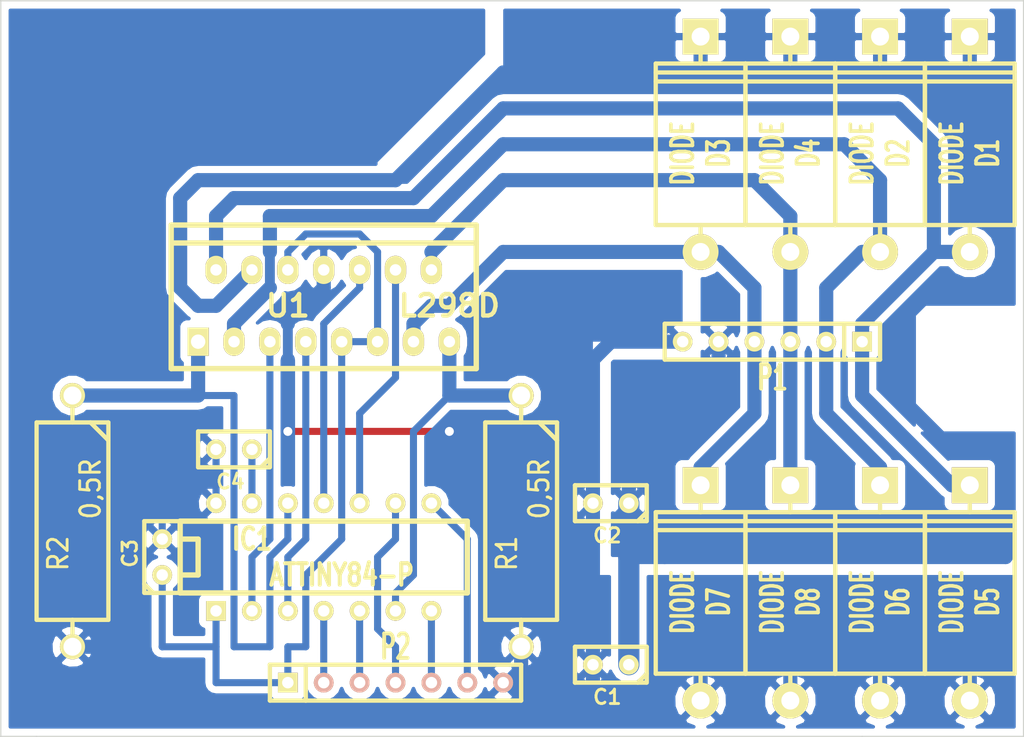
<source format=kicad_pcb>
(kicad_pcb (version 3) (host pcbnew "(2013-05-31 BZR 4019)-stable")

  (general
    (links 51)
    (no_connects 0)
    (area 48.209999 34.239999 120.700001 86.410001)
    (thickness 1.6)
    (drawings 8)
    (tracks 185)
    (zones 0)
    (modules 18)
    (nets 20)
  )

  (page A3)
  (layers
    (15 Dessus.Cu signal)
    (0 Dessous.Cu signal)
    (16 Dessous.Adhes user)
    (17 Dessus.Adhes user)
    (18 Dessous.Pate user)
    (19 Dessus.Pate user)
    (20 Dessous.SilkS user)
    (21 Dessus.SilkS user)
    (22 Dessous.Masque user)
    (23 Dessus.Masque user)
    (24 Dessin.User user)
    (25 Cmts.User user)
    (26 Eco1.User user)
    (27 Eco2.User user)
    (28 Contours.Ci user)
  )

  (setup
    (last_trace_width 0.7)
    (user_trace_width 0.5)
    (user_trace_width 0.6)
    (user_trace_width 0.7)
    (user_trace_width 0.8)
    (user_trace_width 1)
    (user_trace_width 1.5)
    (trace_clearance 0.16)
    (zone_clearance 0.508)
    (zone_45_only no)
    (trace_min 0.254)
    (segment_width 0.2)
    (edge_width 0.1)
    (via_size 0.889)
    (via_drill 0.635)
    (via_min_size 0.889)
    (via_min_drill 0.508)
    (uvia_size 0.508)
    (uvia_drill 0.127)
    (uvias_allowed no)
    (uvia_min_size 0.508)
    (uvia_min_drill 0.127)
    (pcb_text_width 0.3)
    (pcb_text_size 1.5 1.5)
    (mod_edge_width 0.15)
    (mod_text_size 1 1)
    (mod_text_width 0.15)
    (pad_size 1.99898 2.54)
    (pad_drill 1.016)
    (pad_to_mask_clearance 0)
    (aux_axis_origin 0 0)
    (visible_elements 7FFF7FFF)
    (pcbplotparams
      (layerselection 3178497)
      (usegerberextensions true)
      (excludeedgelayer true)
      (linewidth 0.150000)
      (plotframeref false)
      (viasonmask false)
      (mode 1)
      (useauxorigin false)
      (hpglpennumber 1)
      (hpglpenspeed 20)
      (hpglpendiameter 15)
      (hpglpenoverlay 2)
      (psnegative false)
      (psa4output false)
      (plotreference true)
      (plotvalue true)
      (plotothertext true)
      (plotinvisibletext false)
      (padsonsilk false)
      (subtractmaskfromsilk false)
      (outputformat 1)
      (mirror false)
      (drillshape 1)
      (scaleselection 1)
      (outputdirectory ""))
  )

  (net 0 "")
  (net 1 +5V)
  (net 2 GND)
  (net 3 N-000001)
  (net 4 N-0000010)
  (net 5 N-0000011)
  (net 6 N-0000012)
  (net 7 N-0000013)
  (net 8 N-0000014)
  (net 9 N-0000015)
  (net 10 N-0000016)
  (net 11 N-0000017)
  (net 12 N-0000019)
  (net 13 N-000002)
  (net 14 N-000003)
  (net 15 N-000004)
  (net 16 N-000005)
  (net 17 N-000006)
  (net 18 N-000008)
  (net 19 N-000009)

  (net_class Default "Ceci est la Netclass par défaut"
    (clearance 0.16)
    (trace_width 0.254)
    (via_dia 0.889)
    (via_drill 0.635)
    (uvia_dia 0.508)
    (uvia_drill 0.127)
    (add_net "")
    (add_net +5V)
    (add_net GND)
    (add_net N-000001)
    (add_net N-0000010)
    (add_net N-0000011)
    (add_net N-0000012)
    (add_net N-0000013)
    (add_net N-0000014)
    (add_net N-0000015)
    (add_net N-0000016)
    (add_net N-0000017)
    (add_net N-0000019)
    (add_net N-000002)
    (add_net N-000003)
    (add_net N-000004)
    (add_net N-000005)
    (add_net N-000006)
    (add_net N-000008)
    (add_net N-000009)
  )

  (module SIL-6 (layer Dessus.Cu) (tedit 200000) (tstamp 51B47CCF)
    (at 102.87 58.42 180)
    (descr "Connecteur 6 pins")
    (tags "CONN DEV")
    (path /51B473E1)
    (fp_text reference P1 (at 0 -2.54 180) (layer Dessus.SilkS)
      (effects (font (size 1.72974 1.08712) (thickness 0.3048)))
    )
    (fp_text value CONN_6 (at 0 -2.54 180) (layer Dessus.SilkS) hide
      (effects (font (size 1.524 1.016) (thickness 0.3048)))
    )
    (fp_line (start -7.62 1.27) (end -7.62 -1.27) (layer Dessus.SilkS) (width 0.3048))
    (fp_line (start -7.62 -1.27) (end 7.62 -1.27) (layer Dessus.SilkS) (width 0.3048))
    (fp_line (start 7.62 -1.27) (end 7.62 1.27) (layer Dessus.SilkS) (width 0.3048))
    (fp_line (start 7.62 1.27) (end -7.62 1.27) (layer Dessus.SilkS) (width 0.3048))
    (fp_line (start -5.08 1.27) (end -5.08 -1.27) (layer Dessus.SilkS) (width 0.3048))
    (pad 1 thru_hole rect (at -6.35 0 180) (size 1.397 1.397) (drill 0.8128)
      (layers *.Cu *.Mask Dessus.SilkS)
      (net 14 N-000003)
    )
    (pad 2 thru_hole circle (at -3.81 0 180) (size 1.397 1.397) (drill 0.8128)
      (layers *.Cu *.Mask Dessus.SilkS)
      (net 15 N-000004)
    )
    (pad 3 thru_hole circle (at -1.27 0 180) (size 1.397 1.397) (drill 0.8128)
      (layers *.Cu *.Mask Dessus.SilkS)
      (net 17 N-000006)
    )
    (pad 4 thru_hole circle (at 1.27 0 180) (size 1.397 1.397) (drill 0.8128)
      (layers *.Cu *.Mask Dessus.SilkS)
      (net 16 N-000005)
    )
    (pad 5 thru_hole circle (at 3.81 0 180) (size 1.397 1.397) (drill 0.8128)
      (layers *.Cu *.Mask Dessus.SilkS)
      (net 12 N-0000019)
    )
    (pad 6 thru_hole circle (at 6.35 0 180) (size 1.397 1.397) (drill 0.8128)
      (layers *.Cu *.Mask Dessus.SilkS)
      (net 2 GND)
    )
  )

  (module DIP-14__300 (layer Dessus.Cu) (tedit 51B481BA) (tstamp 51B47D02)
    (at 71.12 73.66)
    (descr "14 pins DIL package, round pads")
    (tags DIL)
    (path /51B473F0)
    (fp_text reference IC1 (at -5.08 -1.27) (layer Dessus.SilkS)
      (effects (font (size 1.524 1.143) (thickness 0.3048)))
    )
    (fp_text value ATTINY84-P (at 1.27 1.27) (layer Dessus.SilkS)
      (effects (font (size 1.524 1.143) (thickness 0.3048)))
    )
    (fp_line (start -10.16 -2.54) (end 10.16 -2.54) (layer Dessus.SilkS) (width 0.381))
    (fp_line (start 10.16 2.54) (end -10.16 2.54) (layer Dessus.SilkS) (width 0.381))
    (fp_line (start -10.16 2.54) (end -10.16 -2.54) (layer Dessus.SilkS) (width 0.381))
    (fp_line (start -10.16 -1.27) (end -8.89 -1.27) (layer Dessus.SilkS) (width 0.381))
    (fp_line (start -8.89 -1.27) (end -8.89 1.27) (layer Dessus.SilkS) (width 0.381))
    (fp_line (start -8.89 1.27) (end -10.16 1.27) (layer Dessus.SilkS) (width 0.381))
    (fp_line (start 10.16 -2.54) (end 10.16 2.54) (layer Dessus.SilkS) (width 0.381))
    (pad 1 thru_hole rect (at -7.62 3.81) (size 1.397 1.397) (drill 0.8128)
      (layers *.Cu *.Mask Dessus.SilkS)
      (net 1 +5V)
    )
    (pad 2 thru_hole circle (at -5.08 3.81) (size 1.397 1.397) (drill 0.8128)
      (layers *.Cu *.Mask Dessus.SilkS)
      (net 8 N-0000014)
    )
    (pad 3 thru_hole circle (at -2.54 3.81) (size 1.397 1.397) (drill 0.8128)
      (layers *.Cu *.Mask Dessus.SilkS)
      (net 7 N-0000013)
    )
    (pad 4 thru_hole circle (at 0 3.81) (size 1.397 1.397) (drill 0.8128)
      (layers *.Cu *.Mask Dessus.SilkS)
      (net 4 N-0000010)
    )
    (pad 5 thru_hole circle (at 2.54 3.81) (size 1.397 1.397) (drill 0.8128)
      (layers *.Cu *.Mask Dessus.SilkS)
      (net 6 N-0000012)
    )
    (pad 6 thru_hole circle (at 5.08 3.81) (size 1.397 1.397) (drill 0.8128)
      (layers *.Cu *.Mask Dessus.SilkS)
      (net 10 N-0000016)
    )
    (pad 7 thru_hole circle (at 7.62 3.81) (size 1.397 1.397) (drill 0.8128)
      (layers *.Cu *.Mask Dessus.SilkS)
      (net 19 N-000009)
    )
    (pad 8 thru_hole circle (at 7.62 -3.81) (size 1.397 1.397) (drill 0.8128)
      (layers *.Cu *.Mask Dessus.SilkS)
      (net 13 N-000002)
    )
    (pad 9 thru_hole circle (at 5.08 -3.81) (size 1.397 1.397) (drill 0.8128)
      (layers *.Cu *.Mask Dessus.SilkS)
      (net 3 N-000001)
    )
    (pad 10 thru_hole circle (at 2.54 -3.81) (size 1.397 1.397) (drill 0.8128)
      (layers *.Cu *.Mask Dessus.SilkS)
      (net 9 N-0000015)
    )
    (pad 11 thru_hole circle (at 0 -3.81) (size 1.397 1.397) (drill 0.8128)
      (layers *.Cu *.Mask Dessus.SilkS)
      (net 5 N-0000011)
    )
    (pad 12 thru_hole circle (at -2.54 -3.81) (size 1.397 1.397) (drill 0.8128)
      (layers *.Cu *.Mask Dessus.SilkS)
      (net 11 N-0000017)
    )
    (pad 13 thru_hole circle (at -5.08 -3.81) (size 1.397 1.397) (drill 0.8128)
      (layers *.Cu *.Mask Dessus.SilkS)
      (net 18 N-000008)
    )
    (pad 14 thru_hole circle (at -7.62 -3.81) (size 1.397 1.397) (drill 0.8128)
      (layers *.Cu *.Mask Dessus.SilkS)
      (net 2 GND)
    )
    (model dil/dil_14.wrl
      (at (xyz 0 0 0))
      (scale (xyz 1 1 1))
      (rotate (xyz 0 0 0))
    )
  )

  (module C1 (layer Dessus.Cu) (tedit 3F92C496) (tstamp 51B47D8D)
    (at 91.44 69.85 180)
    (descr "Condensateur e = 1 pas")
    (tags C)
    (path /51B47435)
    (fp_text reference C2 (at 0.254 -2.286 180) (layer Dessus.SilkS)
      (effects (font (size 1.016 1.016) (thickness 0.2032)))
    )
    (fp_text value 100nF (at 0 -2.286 180) (layer Dessus.SilkS) hide
      (effects (font (size 1.016 1.016) (thickness 0.2032)))
    )
    (fp_line (start -2.4892 -1.27) (end 2.54 -1.27) (layer Dessus.SilkS) (width 0.3048))
    (fp_line (start 2.54 -1.27) (end 2.54 1.27) (layer Dessus.SilkS) (width 0.3048))
    (fp_line (start 2.54 1.27) (end -2.54 1.27) (layer Dessus.SilkS) (width 0.3048))
    (fp_line (start -2.54 1.27) (end -2.54 -1.27) (layer Dessus.SilkS) (width 0.3048))
    (fp_line (start -2.54 -0.635) (end -1.905 -1.27) (layer Dessus.SilkS) (width 0.3048))
    (pad 1 thru_hole circle (at -1.27 0 180) (size 1.397 1.397) (drill 0.8128)
      (layers *.Cu *.Mask Dessus.SilkS)
      (net 12 N-0000019)
    )
    (pad 2 thru_hole circle (at 1.27 0 180) (size 1.397 1.397) (drill 0.8128)
      (layers *.Cu *.Mask Dessus.SilkS)
      (net 2 GND)
    )
    (model discret/capa_1_pas.wrl
      (at (xyz 0 0 0))
      (scale (xyz 1 1 1))
      (rotate (xyz 0 0 0))
    )
  )

  (module C1 (layer Dessus.Cu) (tedit 3F92C496) (tstamp 51B47D98)
    (at 91.44 81.28 180)
    (descr "Condensateur e = 1 pas")
    (tags C)
    (path /51B47444)
    (fp_text reference C1 (at 0.254 -2.286 180) (layer Dessus.SilkS)
      (effects (font (size 1.016 1.016) (thickness 0.2032)))
    )
    (fp_text value 470uF (at 0 -2.286 180) (layer Dessus.SilkS) hide
      (effects (font (size 1.016 1.016) (thickness 0.2032)))
    )
    (fp_line (start -2.4892 -1.27) (end 2.54 -1.27) (layer Dessus.SilkS) (width 0.3048))
    (fp_line (start 2.54 -1.27) (end 2.54 1.27) (layer Dessus.SilkS) (width 0.3048))
    (fp_line (start 2.54 1.27) (end -2.54 1.27) (layer Dessus.SilkS) (width 0.3048))
    (fp_line (start -2.54 1.27) (end -2.54 -1.27) (layer Dessus.SilkS) (width 0.3048))
    (fp_line (start -2.54 -0.635) (end -1.905 -1.27) (layer Dessus.SilkS) (width 0.3048))
    (pad 1 thru_hole circle (at -1.27 0 180) (size 1.397 1.397) (drill 0.8128)
      (layers *.Cu *.Mask Dessus.SilkS)
      (net 12 N-0000019)
    )
    (pad 2 thru_hole circle (at 1.27 0 180) (size 1.397 1.397) (drill 0.8128)
      (layers *.Cu *.Mask Dessus.SilkS)
      (net 2 GND)
    )
    (model discret/capa_1_pas.wrl
      (at (xyz 0 0 0))
      (scale (xyz 1 1 1))
      (rotate (xyz 0 0 0))
    )
  )

  (module C1 (layer Dessus.Cu) (tedit 3F92C496) (tstamp 51B47DA3)
    (at 59.69 73.66 90)
    (descr "Condensateur e = 1 pas")
    (tags C)
    (path /51B47453)
    (fp_text reference C3 (at 0.254 -2.286 90) (layer Dessus.SilkS)
      (effects (font (size 1.016 1.016) (thickness 0.2032)))
    )
    (fp_text value 100nF (at 0 -2.286 90) (layer Dessus.SilkS) hide
      (effects (font (size 1.016 1.016) (thickness 0.2032)))
    )
    (fp_line (start -2.4892 -1.27) (end 2.54 -1.27) (layer Dessus.SilkS) (width 0.3048))
    (fp_line (start 2.54 -1.27) (end 2.54 1.27) (layer Dessus.SilkS) (width 0.3048))
    (fp_line (start 2.54 1.27) (end -2.54 1.27) (layer Dessus.SilkS) (width 0.3048))
    (fp_line (start -2.54 1.27) (end -2.54 -1.27) (layer Dessus.SilkS) (width 0.3048))
    (fp_line (start -2.54 -0.635) (end -1.905 -1.27) (layer Dessus.SilkS) (width 0.3048))
    (pad 1 thru_hole circle (at -1.27 0 90) (size 1.397 1.397) (drill 0.8128)
      (layers *.Cu *.Mask Dessus.SilkS)
      (net 1 +5V)
    )
    (pad 2 thru_hole circle (at 1.27 0 90) (size 1.397 1.397) (drill 0.8128)
      (layers *.Cu *.Mask Dessus.SilkS)
      (net 2 GND)
    )
    (model discret/capa_1_pas.wrl
      (at (xyz 0 0 0))
      (scale (xyz 1 1 1))
      (rotate (xyz 0 0 0))
    )
  )

  (module C1 (layer Dessus.Cu) (tedit 3F92C496) (tstamp 51B47DAE)
    (at 64.77 66.04 180)
    (descr "Condensateur e = 1 pas")
    (tags C)
    (path /51B47D9F)
    (fp_text reference C4 (at 0.254 -2.286 180) (layer Dessus.SilkS)
      (effects (font (size 1.016 1.016) (thickness 0.2032)))
    )
    (fp_text value 100nF (at 0 -2.286 180) (layer Dessus.SilkS) hide
      (effects (font (size 1.016 1.016) (thickness 0.2032)))
    )
    (fp_line (start -2.4892 -1.27) (end 2.54 -1.27) (layer Dessus.SilkS) (width 0.3048))
    (fp_line (start 2.54 -1.27) (end 2.54 1.27) (layer Dessus.SilkS) (width 0.3048))
    (fp_line (start 2.54 1.27) (end -2.54 1.27) (layer Dessus.SilkS) (width 0.3048))
    (fp_line (start -2.54 1.27) (end -2.54 -1.27) (layer Dessus.SilkS) (width 0.3048))
    (fp_line (start -2.54 -0.635) (end -1.905 -1.27) (layer Dessus.SilkS) (width 0.3048))
    (pad 1 thru_hole circle (at -1.27 0 180) (size 1.397 1.397) (drill 0.8128)
      (layers *.Cu *.Mask Dessus.SilkS)
      (net 18 N-000008)
    )
    (pad 2 thru_hole circle (at 1.27 0 180) (size 1.397 1.397) (drill 0.8128)
      (layers *.Cu *.Mask Dessus.SilkS)
      (net 2 GND)
    )
    (model discret/capa_1_pas.wrl
      (at (xyz 0 0 0))
      (scale (xyz 1 1 1))
      (rotate (xyz 0 0 0))
    )
  )

  (module Multiwatt15-O (layer Dessus.Cu) (tedit 51B47A95) (tstamp 51B47DC6)
    (at 71.12 55.88)
    (path /51B4733B)
    (fp_text reference U1 (at -2.54 0) (layer Dessus.SilkS)
      (effects (font (size 1.524 1.524) (thickness 0.3048)))
    )
    (fp_text value L298D (at 8.89 0) (layer Dessus.SilkS)
      (effects (font (size 1.524 1.524) (thickness 0.3048)))
    )
    (fp_line (start -10.795 -4.445) (end 10.795 -4.445) (layer Dessus.SilkS) (width 0.381))
    (fp_line (start -10.795 4.445) (end -10.795 -5.715) (layer Dessus.SilkS) (width 0.381))
    (fp_line (start -10.795 -5.715) (end 10.795 -5.715) (layer Dessus.SilkS) (width 0.381))
    (fp_line (start 10.795 -5.715) (end 10.795 4.445) (layer Dessus.SilkS) (width 0.381))
    (fp_line (start 10.795 4.445) (end -10.795 4.445) (layer Dessus.SilkS) (width 0.381))
    (pad 1 thru_hole rect (at -8.89 2.54) (size 1.5 1.99898) (drill 1.016)
      (layers *.Cu *.Mask Dessus.SilkS)
      (net 11 N-0000017)
    )
    (pad 2 thru_hole oval (at -7.62 -2.54) (size 1.5 1.99898) (drill 0.8128)
      (layers *.Cu *.Mask Dessus.SilkS)
      (net 14 N-000003)
    )
    (pad 3 thru_hole oval (at -6.35 2.54) (size 1.5 1.99898) (drill 0.8128)
      (layers *.Cu *.Mask Dessus.SilkS)
      (net 15 N-000004)
    )
    (pad 4 thru_hole oval (at -5.08 -2.54) (size 1.5 1.99898) (drill 0.8128)
      (layers *.Cu *.Mask Dessus.SilkS)
      (net 12 N-0000019)
    )
    (pad 5 thru_hole oval (at -3.81 2.54) (size 1.5 1.99898) (drill 0.8128)
      (layers *.Cu *.Mask Dessus.SilkS)
      (net 8 N-0000014)
    )
    (pad 6 thru_hole oval (at -2.54 -2.54) (size 1.5 1.99898) (drill 0.8128)
      (layers *.Cu *.Mask Dessus.SilkS)
      (net 1 +5V)
    )
    (pad 7 thru_hole oval (at -1.27 2.54) (size 1.5 1.99898) (drill 0.8128)
      (layers *.Cu *.Mask Dessus.SilkS)
      (net 7 N-0000013)
    )
    (pad 8 thru_hole oval (at 0 -2.54) (size 1.5 1.99898) (drill 0.8128)
      (layers *.Cu *.Mask Dessus.SilkS)
      (net 2 GND)
    )
    (pad 9 thru_hole oval (at 1.27 2.54) (size 1.5 1.99898) (drill 0.8128)
      (layers *.Cu *.Mask Dessus.SilkS)
      (net 1 +5V)
    )
    (pad 10 thru_hole oval (at 2.54 -2.54) (size 1.5 1.99898) (drill 0.8128)
      (layers *.Cu *.Mask Dessus.SilkS)
      (net 5 N-0000011)
    )
    (pad 11 thru_hole oval (at 3.81 2.54) (size 1.5 1.99898) (drill 0.8128)
      (layers *.Cu *.Mask Dessus.SilkS)
      (net 1 +5V)
    )
    (pad 12 thru_hole oval (at 5.08 -2.54) (size 1.5 1.99898) (drill 0.8128)
      (layers *.Cu *.Mask Dessus.SilkS)
      (net 9 N-0000015)
    )
    (pad 13 thru_hole oval (at 6.35 2.54) (size 1.5 1.99898) (drill 0.8128)
      (layers *.Cu *.Mask Dessus.SilkS)
      (net 16 N-000005)
    )
    (pad 14 thru_hole oval (at 7.62 -2.54) (size 1.5 1.99898) (drill 0.8128)
      (layers *.Cu *.Mask Dessus.SilkS)
      (net 17 N-000006)
    )
    (pad 15 thru_hole oval (at 8.89 2.54) (size 1.5 1.99898) (drill 0.8128)
      (layers *.Cu *.Mask Dessus.SilkS)
      (net 10 N-0000016)
    )
    (model multiwatt15_v.wrl
      (at (xyz 0 0 0))
      (scale (xyz 0.393701 0.393701 0.393701))
      (rotate (xyz 0 0 0))
    )
  )

  (module SIL-7 (layer Dessus.Cu) (tedit 200000) (tstamp 51B47CC0)
    (at 76.2 82.55)
    (descr "Connecteur 7 pins")
    (tags "CONN DEV")
    (path /51B48DDA)
    (fp_text reference P2 (at 0 -2.54) (layer Dessus.SilkS)
      (effects (font (size 1.72974 1.08712) (thickness 0.3048)))
    )
    (fp_text value CONN_7 (at 0 -2.54) (layer Dessus.SilkS) hide
      (effects (font (size 1.524 1.016) (thickness 0.3048)))
    )
    (fp_line (start -8.89 -1.27) (end -8.89 -1.27) (layer Dessus.SilkS) (width 0.3048))
    (fp_line (start -8.89 -1.27) (end 8.89 -1.27) (layer Dessus.SilkS) (width 0.3048))
    (fp_line (start 8.89 -1.27) (end 8.89 1.27) (layer Dessus.SilkS) (width 0.3048))
    (fp_line (start 8.89 1.27) (end -8.89 1.27) (layer Dessus.SilkS) (width 0.3048))
    (fp_line (start -8.89 1.27) (end -8.89 -1.27) (layer Dessus.SilkS) (width 0.3048))
    (fp_line (start -6.35 1.27) (end -6.35 1.27) (layer Dessus.SilkS) (width 0.3048))
    (fp_line (start -6.35 1.27) (end -6.35 -1.27) (layer Dessus.SilkS) (width 0.3048))
    (pad 1 thru_hole rect (at -7.62 0) (size 1.397 1.397) (drill 0.8128)
      (layers *.Cu *.Mask Dessus.SilkS)
      (net 1 +5V)
    )
    (pad 2 thru_hole circle (at -5.08 0) (size 1.397 1.397) (drill 0.8128)
      (layers *.Cu *.SilkS *.Mask)
      (net 4 N-0000010)
    )
    (pad 3 thru_hole circle (at -2.54 0) (size 1.397 1.397) (drill 0.8128)
      (layers *.Cu *.SilkS *.Mask)
      (net 6 N-0000012)
    )
    (pad 4 thru_hole circle (at 0 0) (size 1.397 1.397) (drill 0.8128)
      (layers *.Cu *.SilkS *.Mask)
      (net 3 N-000001)
    )
    (pad 5 thru_hole circle (at 2.54 0) (size 1.397 1.397) (drill 0.8128)
      (layers *.Cu *.SilkS *.Mask)
      (net 19 N-000009)
    )
    (pad 6 thru_hole circle (at 5.08 0) (size 1.397 1.397) (drill 0.8128)
      (layers *.Cu *.SilkS *.Mask)
      (net 13 N-000002)
    )
    (pad 7 thru_hole circle (at 7.62 0) (size 1.397 1.397) (drill 0.8128)
      (layers *.Cu *.SilkS *.Mask)
      (net 2 GND)
    )
  )

  (module R7 (layer Dessus.Cu) (tedit 200000) (tstamp 51B47CDC)
    (at 85.09 71.12 270)
    (descr "Resitance 7 pas")
    (tags R)
    (path /51B4740E)
    (autoplace_cost180 10)
    (fp_text reference R1 (at 2.286 1.016 270) (layer Dessus.SilkS)
      (effects (font (size 1.397 1.27) (thickness 0.2032)))
    )
    (fp_text value 0,5R (at -2.286 -1.27 270) (layer Dessus.SilkS)
      (effects (font (size 1.397 1.27) (thickness 0.2032)))
    )
    (fp_line (start -8.89 0) (end -8.89 0) (layer Dessus.SilkS) (width 0.3048))
    (fp_line (start -8.89 0) (end -8.89 0) (layer Dessus.SilkS) (width 0.3048))
    (fp_line (start 6.985 0) (end 8.89 0) (layer Dessus.SilkS) (width 0.3048))
    (fp_line (start 8.89 0) (end 8.89 0) (layer Dessus.SilkS) (width 0.3048))
    (fp_line (start 6.985 2.54) (end -6.985 2.54) (layer Dessus.SilkS) (width 0.3048))
    (fp_line (start -6.985 -2.54) (end 6.985 -2.54) (layer Dessus.SilkS) (width 0.3048))
    (fp_line (start -6.985 -1.27) (end -5.715 -2.54) (layer Dessus.SilkS) (width 0.3048))
    (fp_line (start 6.985 -2.54) (end 6.985 2.54) (layer Dessus.SilkS) (width 0.3048))
    (fp_line (start -6.985 -2.54) (end -6.985 2.54) (layer Dessus.SilkS) (width 0.3048))
    (fp_line (start -8.89 0) (end -6.985 0) (layer Dessus.SilkS) (width 0.3048))
    (pad 1 thru_hole circle (at -8.89 0 270) (size 1.778 1.778) (drill 1.27)
      (layers *.Cu *.Mask Dessus.SilkS)
      (net 10 N-0000016)
    )
    (pad 2 thru_hole circle (at 8.89 0 270) (size 1.778 1.778) (drill 1.27)
      (layers *.Cu *.Mask Dessus.SilkS)
      (net 2 GND)
    )
    (model discret/resistor.wrl
      (at (xyz 0 0 0))
      (scale (xyz 0.7 0.7 0.7))
      (rotate (xyz 0 0 0))
    )
  )

  (module R7 (layer Dessus.Cu) (tedit 200000) (tstamp 51B47CE9)
    (at 53.34 71.12 270)
    (descr "Resitance 7 pas")
    (tags R)
    (path /51B473FF)
    (autoplace_cost180 10)
    (fp_text reference R2 (at 2.286 1.016 270) (layer Dessus.SilkS)
      (effects (font (size 1.397 1.27) (thickness 0.2032)))
    )
    (fp_text value 0,5R (at -2.286 -1.27 270) (layer Dessus.SilkS)
      (effects (font (size 1.397 1.27) (thickness 0.2032)))
    )
    (fp_line (start -8.89 0) (end -8.89 0) (layer Dessus.SilkS) (width 0.3048))
    (fp_line (start -8.89 0) (end -8.89 0) (layer Dessus.SilkS) (width 0.3048))
    (fp_line (start 6.985 0) (end 8.89 0) (layer Dessus.SilkS) (width 0.3048))
    (fp_line (start 8.89 0) (end 8.89 0) (layer Dessus.SilkS) (width 0.3048))
    (fp_line (start 6.985 2.54) (end -6.985 2.54) (layer Dessus.SilkS) (width 0.3048))
    (fp_line (start -6.985 -2.54) (end 6.985 -2.54) (layer Dessus.SilkS) (width 0.3048))
    (fp_line (start -6.985 -1.27) (end -5.715 -2.54) (layer Dessus.SilkS) (width 0.3048))
    (fp_line (start 6.985 -2.54) (end 6.985 2.54) (layer Dessus.SilkS) (width 0.3048))
    (fp_line (start -6.985 -2.54) (end -6.985 2.54) (layer Dessus.SilkS) (width 0.3048))
    (fp_line (start -8.89 0) (end -6.985 0) (layer Dessus.SilkS) (width 0.3048))
    (pad 1 thru_hole circle (at -8.89 0 270) (size 1.778 1.778) (drill 1.27)
      (layers *.Cu *.Mask Dessus.SilkS)
      (net 11 N-0000017)
    )
    (pad 2 thru_hole circle (at 8.89 0 270) (size 1.778 1.778) (drill 1.27)
      (layers *.Cu *.Mask Dessus.SilkS)
      (net 2 GND)
    )
    (model discret/resistor.wrl
      (at (xyz 0 0 0))
      (scale (xyz 0.7 0.7 0.7))
      (rotate (xyz 0 0 0))
    )
  )

  (module D6 (layer Dessus.Cu) (tedit 200000) (tstamp 51B47D12)
    (at 116.84 76.2 90)
    (descr "Diode 6 pas")
    (tags DIODE)
    (path /51B473A5)
    (fp_text reference D5 (at -0.635 1.27 90) (layer Dessus.SilkS)
      (effects (font (size 1.524 1.016) (thickness 0.3048)))
    )
    (fp_text value DIODE (at -0.635 -1.27 90) (layer Dessus.SilkS)
      (effects (font (size 1.524 1.016) (thickness 0.3048)))
    )
    (fp_line (start -5.715 -3.175) (end -5.715 3.175) (layer Dessus.SilkS) (width 0.3048))
    (fp_line (start -5.715 3.175) (end 5.715 3.175) (layer Dessus.SilkS) (width 0.3048))
    (fp_line (start 5.715 3.175) (end 5.715 -3.175) (layer Dessus.SilkS) (width 0.3048))
    (fp_line (start 5.715 -3.175) (end -5.715 -3.175) (layer Dessus.SilkS) (width 0.3048))
    (fp_line (start 5.08 -3.175) (end 5.08 3.175) (layer Dessus.SilkS) (width 0.3048))
    (fp_line (start 4.445 3.175) (end 4.445 -3.175) (layer Dessus.SilkS) (width 0.3048))
    (fp_line (start 5.715 0) (end 7.62 0) (layer Dessus.SilkS) (width 0.3048))
    (fp_line (start -5.715 0) (end -7.62 0) (layer Dessus.SilkS) (width 0.3048))
    (pad 1 thru_hole circle (at -7.62 0 90) (size 2.54 2.54) (drill 1.27)
      (layers *.Cu *.Mask Dessus.SilkS)
      (net 2 GND)
    )
    (pad 2 thru_hole rect (at 7.62 0 90) (size 2.54 2.54) (drill 1.27)
      (layers *.Cu *.Mask Dessus.SilkS)
      (net 14 N-000003)
    )
    (model discret/diode.wrl
      (at (xyz 0 0 0))
      (scale (xyz 0.6 0.6 0.6))
      (rotate (xyz 0 0 0))
    )
  )

  (module D6 (layer Dessus.Cu) (tedit 200000) (tstamp 51B47D22)
    (at 110.49 76.2 90)
    (descr "Diode 6 pas")
    (tags DIODE)
    (path /51B473B4)
    (fp_text reference D6 (at -0.635 1.27 90) (layer Dessus.SilkS)
      (effects (font (size 1.524 1.016) (thickness 0.3048)))
    )
    (fp_text value DIODE (at -0.635 -1.27 90) (layer Dessus.SilkS)
      (effects (font (size 1.524 1.016) (thickness 0.3048)))
    )
    (fp_line (start -5.715 -3.175) (end -5.715 3.175) (layer Dessus.SilkS) (width 0.3048))
    (fp_line (start -5.715 3.175) (end 5.715 3.175) (layer Dessus.SilkS) (width 0.3048))
    (fp_line (start 5.715 3.175) (end 5.715 -3.175) (layer Dessus.SilkS) (width 0.3048))
    (fp_line (start 5.715 -3.175) (end -5.715 -3.175) (layer Dessus.SilkS) (width 0.3048))
    (fp_line (start 5.08 -3.175) (end 5.08 3.175) (layer Dessus.SilkS) (width 0.3048))
    (fp_line (start 4.445 3.175) (end 4.445 -3.175) (layer Dessus.SilkS) (width 0.3048))
    (fp_line (start 5.715 0) (end 7.62 0) (layer Dessus.SilkS) (width 0.3048))
    (fp_line (start -5.715 0) (end -7.62 0) (layer Dessus.SilkS) (width 0.3048))
    (pad 1 thru_hole circle (at -7.62 0 90) (size 2.54 2.54) (drill 1.27)
      (layers *.Cu *.Mask Dessus.SilkS)
      (net 2 GND)
    )
    (pad 2 thru_hole rect (at 7.62 0 90) (size 2.54 2.54) (drill 1.27)
      (layers *.Cu *.Mask Dessus.SilkS)
      (net 15 N-000004)
    )
    (model discret/diode.wrl
      (at (xyz 0 0 0))
      (scale (xyz 0.6 0.6 0.6))
      (rotate (xyz 0 0 0))
    )
  )

  (module D6 (layer Dessus.Cu) (tedit 200000) (tstamp 51B47D32)
    (at 97.79 76.2 90)
    (descr "Diode 6 pas")
    (tags DIODE)
    (path /51B473C3)
    (fp_text reference D7 (at -0.635 1.27 90) (layer Dessus.SilkS)
      (effects (font (size 1.524 1.016) (thickness 0.3048)))
    )
    (fp_text value DIODE (at -0.635 -1.27 90) (layer Dessus.SilkS)
      (effects (font (size 1.524 1.016) (thickness 0.3048)))
    )
    (fp_line (start -5.715 -3.175) (end -5.715 3.175) (layer Dessus.SilkS) (width 0.3048))
    (fp_line (start -5.715 3.175) (end 5.715 3.175) (layer Dessus.SilkS) (width 0.3048))
    (fp_line (start 5.715 3.175) (end 5.715 -3.175) (layer Dessus.SilkS) (width 0.3048))
    (fp_line (start 5.715 -3.175) (end -5.715 -3.175) (layer Dessus.SilkS) (width 0.3048))
    (fp_line (start 5.08 -3.175) (end 5.08 3.175) (layer Dessus.SilkS) (width 0.3048))
    (fp_line (start 4.445 3.175) (end 4.445 -3.175) (layer Dessus.SilkS) (width 0.3048))
    (fp_line (start 5.715 0) (end 7.62 0) (layer Dessus.SilkS) (width 0.3048))
    (fp_line (start -5.715 0) (end -7.62 0) (layer Dessus.SilkS) (width 0.3048))
    (pad 1 thru_hole circle (at -7.62 0 90) (size 2.54 2.54) (drill 1.27)
      (layers *.Cu *.Mask Dessus.SilkS)
      (net 2 GND)
    )
    (pad 2 thru_hole rect (at 7.62 0 90) (size 2.54 2.54) (drill 1.27)
      (layers *.Cu *.Mask Dessus.SilkS)
      (net 16 N-000005)
    )
    (model discret/diode.wrl
      (at (xyz 0 0 0))
      (scale (xyz 0.6 0.6 0.6))
      (rotate (xyz 0 0 0))
    )
  )

  (module D6 (layer Dessus.Cu) (tedit 200000) (tstamp 51B47D42)
    (at 104.14 76.2 90)
    (descr "Diode 6 pas")
    (tags DIODE)
    (path /51B473D2)
    (fp_text reference D8 (at -0.635 1.27 90) (layer Dessus.SilkS)
      (effects (font (size 1.524 1.016) (thickness 0.3048)))
    )
    (fp_text value DIODE (at -0.635 -1.27 90) (layer Dessus.SilkS)
      (effects (font (size 1.524 1.016) (thickness 0.3048)))
    )
    (fp_line (start -5.715 -3.175) (end -5.715 3.175) (layer Dessus.SilkS) (width 0.3048))
    (fp_line (start -5.715 3.175) (end 5.715 3.175) (layer Dessus.SilkS) (width 0.3048))
    (fp_line (start 5.715 3.175) (end 5.715 -3.175) (layer Dessus.SilkS) (width 0.3048))
    (fp_line (start 5.715 -3.175) (end -5.715 -3.175) (layer Dessus.SilkS) (width 0.3048))
    (fp_line (start 5.08 -3.175) (end 5.08 3.175) (layer Dessus.SilkS) (width 0.3048))
    (fp_line (start 4.445 3.175) (end 4.445 -3.175) (layer Dessus.SilkS) (width 0.3048))
    (fp_line (start 5.715 0) (end 7.62 0) (layer Dessus.SilkS) (width 0.3048))
    (fp_line (start -5.715 0) (end -7.62 0) (layer Dessus.SilkS) (width 0.3048))
    (pad 1 thru_hole circle (at -7.62 0 90) (size 2.54 2.54) (drill 1.27)
      (layers *.Cu *.Mask Dessus.SilkS)
      (net 2 GND)
    )
    (pad 2 thru_hole rect (at 7.62 0 90) (size 2.54 2.54) (drill 1.27)
      (layers *.Cu *.Mask Dessus.SilkS)
      (net 17 N-000006)
    )
    (model discret/diode.wrl
      (at (xyz 0 0 0))
      (scale (xyz 0.6 0.6 0.6))
      (rotate (xyz 0 0 0))
    )
  )

  (module D6 (layer Dessus.Cu) (tedit 200000) (tstamp 51B47D52)
    (at 104.14 44.45 90)
    (descr "Diode 6 pas")
    (tags DIODE)
    (path /51B47396)
    (fp_text reference D4 (at -0.635 1.27 90) (layer Dessus.SilkS)
      (effects (font (size 1.524 1.016) (thickness 0.3048)))
    )
    (fp_text value DIODE (at -0.635 -1.27 90) (layer Dessus.SilkS)
      (effects (font (size 1.524 1.016) (thickness 0.3048)))
    )
    (fp_line (start -5.715 -3.175) (end -5.715 3.175) (layer Dessus.SilkS) (width 0.3048))
    (fp_line (start -5.715 3.175) (end 5.715 3.175) (layer Dessus.SilkS) (width 0.3048))
    (fp_line (start 5.715 3.175) (end 5.715 -3.175) (layer Dessus.SilkS) (width 0.3048))
    (fp_line (start 5.715 -3.175) (end -5.715 -3.175) (layer Dessus.SilkS) (width 0.3048))
    (fp_line (start 5.08 -3.175) (end 5.08 3.175) (layer Dessus.SilkS) (width 0.3048))
    (fp_line (start 4.445 3.175) (end 4.445 -3.175) (layer Dessus.SilkS) (width 0.3048))
    (fp_line (start 5.715 0) (end 7.62 0) (layer Dessus.SilkS) (width 0.3048))
    (fp_line (start -5.715 0) (end -7.62 0) (layer Dessus.SilkS) (width 0.3048))
    (pad 1 thru_hole circle (at -7.62 0 90) (size 2.54 2.54) (drill 1.27)
      (layers *.Cu *.Mask Dessus.SilkS)
      (net 17 N-000006)
    )
    (pad 2 thru_hole rect (at 7.62 0 90) (size 2.54 2.54) (drill 1.27)
      (layers *.Cu *.Mask Dessus.SilkS)
      (net 12 N-0000019)
    )
    (model discret/diode.wrl
      (at (xyz 0 0 0))
      (scale (xyz 0.6 0.6 0.6))
      (rotate (xyz 0 0 0))
    )
  )

  (module D6 (layer Dessus.Cu) (tedit 200000) (tstamp 51B47D62)
    (at 97.79 44.45 90)
    (descr "Diode 6 pas")
    (tags DIODE)
    (path /51B47387)
    (fp_text reference D3 (at -0.635 1.27 90) (layer Dessus.SilkS)
      (effects (font (size 1.524 1.016) (thickness 0.3048)))
    )
    (fp_text value DIODE (at -0.635 -1.27 90) (layer Dessus.SilkS)
      (effects (font (size 1.524 1.016) (thickness 0.3048)))
    )
    (fp_line (start -5.715 -3.175) (end -5.715 3.175) (layer Dessus.SilkS) (width 0.3048))
    (fp_line (start -5.715 3.175) (end 5.715 3.175) (layer Dessus.SilkS) (width 0.3048))
    (fp_line (start 5.715 3.175) (end 5.715 -3.175) (layer Dessus.SilkS) (width 0.3048))
    (fp_line (start 5.715 -3.175) (end -5.715 -3.175) (layer Dessus.SilkS) (width 0.3048))
    (fp_line (start 5.08 -3.175) (end 5.08 3.175) (layer Dessus.SilkS) (width 0.3048))
    (fp_line (start 4.445 3.175) (end 4.445 -3.175) (layer Dessus.SilkS) (width 0.3048))
    (fp_line (start 5.715 0) (end 7.62 0) (layer Dessus.SilkS) (width 0.3048))
    (fp_line (start -5.715 0) (end -7.62 0) (layer Dessus.SilkS) (width 0.3048))
    (pad 1 thru_hole circle (at -7.62 0 90) (size 2.54 2.54) (drill 1.27)
      (layers *.Cu *.Mask Dessus.SilkS)
      (net 16 N-000005)
    )
    (pad 2 thru_hole rect (at 7.62 0 90) (size 2.54 2.54) (drill 1.27)
      (layers *.Cu *.Mask Dessus.SilkS)
      (net 12 N-0000019)
    )
    (model discret/diode.wrl
      (at (xyz 0 0 0))
      (scale (xyz 0.6 0.6 0.6))
      (rotate (xyz 0 0 0))
    )
  )

  (module D6 (layer Dessus.Cu) (tedit 200000) (tstamp 51B47D72)
    (at 110.49 44.45 90)
    (descr "Diode 6 pas")
    (tags DIODE)
    (path /51B47378)
    (fp_text reference D2 (at -0.635 1.27 90) (layer Dessus.SilkS)
      (effects (font (size 1.524 1.016) (thickness 0.3048)))
    )
    (fp_text value DIODE (at -0.635 -1.27 90) (layer Dessus.SilkS)
      (effects (font (size 1.524 1.016) (thickness 0.3048)))
    )
    (fp_line (start -5.715 -3.175) (end -5.715 3.175) (layer Dessus.SilkS) (width 0.3048))
    (fp_line (start -5.715 3.175) (end 5.715 3.175) (layer Dessus.SilkS) (width 0.3048))
    (fp_line (start 5.715 3.175) (end 5.715 -3.175) (layer Dessus.SilkS) (width 0.3048))
    (fp_line (start 5.715 -3.175) (end -5.715 -3.175) (layer Dessus.SilkS) (width 0.3048))
    (fp_line (start 5.08 -3.175) (end 5.08 3.175) (layer Dessus.SilkS) (width 0.3048))
    (fp_line (start 4.445 3.175) (end 4.445 -3.175) (layer Dessus.SilkS) (width 0.3048))
    (fp_line (start 5.715 0) (end 7.62 0) (layer Dessus.SilkS) (width 0.3048))
    (fp_line (start -5.715 0) (end -7.62 0) (layer Dessus.SilkS) (width 0.3048))
    (pad 1 thru_hole circle (at -7.62 0 90) (size 2.54 2.54) (drill 1.27)
      (layers *.Cu *.Mask Dessus.SilkS)
      (net 15 N-000004)
    )
    (pad 2 thru_hole rect (at 7.62 0 90) (size 2.54 2.54) (drill 1.27)
      (layers *.Cu *.Mask Dessus.SilkS)
      (net 12 N-0000019)
    )
    (model discret/diode.wrl
      (at (xyz 0 0 0))
      (scale (xyz 0.6 0.6 0.6))
      (rotate (xyz 0 0 0))
    )
  )

  (module D6 (layer Dessus.Cu) (tedit 200000) (tstamp 51B47D82)
    (at 116.84 44.45 90)
    (descr "Diode 6 pas")
    (tags DIODE)
    (path /51B47369)
    (fp_text reference D1 (at -0.635 1.27 90) (layer Dessus.SilkS)
      (effects (font (size 1.524 1.016) (thickness 0.3048)))
    )
    (fp_text value DIODE (at -0.635 -1.27 90) (layer Dessus.SilkS)
      (effects (font (size 1.524 1.016) (thickness 0.3048)))
    )
    (fp_line (start -5.715 -3.175) (end -5.715 3.175) (layer Dessus.SilkS) (width 0.3048))
    (fp_line (start -5.715 3.175) (end 5.715 3.175) (layer Dessus.SilkS) (width 0.3048))
    (fp_line (start 5.715 3.175) (end 5.715 -3.175) (layer Dessus.SilkS) (width 0.3048))
    (fp_line (start 5.715 -3.175) (end -5.715 -3.175) (layer Dessus.SilkS) (width 0.3048))
    (fp_line (start 5.08 -3.175) (end 5.08 3.175) (layer Dessus.SilkS) (width 0.3048))
    (fp_line (start 4.445 3.175) (end 4.445 -3.175) (layer Dessus.SilkS) (width 0.3048))
    (fp_line (start 5.715 0) (end 7.62 0) (layer Dessus.SilkS) (width 0.3048))
    (fp_line (start -5.715 0) (end -7.62 0) (layer Dessus.SilkS) (width 0.3048))
    (pad 1 thru_hole circle (at -7.62 0 90) (size 2.54 2.54) (drill 1.27)
      (layers *.Cu *.Mask Dessus.SilkS)
      (net 14 N-000003)
    )
    (pad 2 thru_hole rect (at 7.62 0 90) (size 2.54 2.54) (drill 1.27)
      (layers *.Cu *.Mask Dessus.SilkS)
      (net 12 N-0000019)
    )
    (model discret/diode.wrl
      (at (xyz 0 0 0))
      (scale (xyz 0.6 0.6 0.6))
      (rotate (xyz 0 0 0))
    )
  )

  (gr_line (start 109.22 86.36) (end 120.65 86.36) (angle 90) (layer Contours.Ci) (width 0.1))
  (gr_line (start 109.22 34.29) (end 120.65 34.29) (angle 90) (layer Contours.Ci) (width 0.1))
  (gr_line (start 120.65 34.29) (end 120.65 86.36) (angle 90) (layer Contours.Ci) (width 0.1))
  (gr_line (start 48.26 34.29) (end 50.8 34.29) (angle 90) (layer Contours.Ci) (width 0.1))
  (gr_line (start 48.26 86.36) (end 48.26 34.29) (angle 90) (layer Contours.Ci) (width 0.1))
  (gr_line (start 50.8 86.36) (end 48.26 86.36) (angle 90) (layer Contours.Ci) (width 0.1))
  (gr_line (start 50.8 34.29) (end 109.22 34.29) (angle 90) (layer Contours.Ci) (width 0.1))
  (gr_line (start 109.22 86.36) (end 50.8 86.36) (angle 90) (layer Contours.Ci) (width 0.1))

  (segment (start 72.39 58.42) (end 72.39 72.39) (width 0.5) (layer Dessous.Cu) (net 1))
  (segment (start 72.39 72.39) (end 69.85 74.93) (width 0.5) (layer Dessous.Cu) (net 1) (tstamp 51B493F6))
  (segment (start 68.58 80.01) (end 68.58 82.55) (width 0.5) (layer Dessous.Cu) (net 1) (tstamp 51B4940E))
  (segment (start 69.85 74.93) (end 69.85 80.01) (width 0.5) (layer Dessous.Cu) (net 1) (tstamp 51B49408))
  (segment (start 69.85 80.01) (end 68.58 80.01) (width 0.5) (layer Dessous.Cu) (net 1) (tstamp 51B4940A))
  (segment (start 72.39 58.42) (end 72.39 58.42) (width 0.5) (layer Dessous.Cu) (net 1))
  (segment (start 74.93 58.42) (end 74.93 52.07) (width 0.5) (layer Dessous.Cu) (net 1) (tstamp 51B493C8))
  (segment (start 72.39 58.42) (end 74.93 58.42) (width 0.5) (layer Dessous.Cu) (net 1) (tstamp 51B493C7))
  (segment (start 68.58 53.34) (end 68.58 52.07) (width 0.5) (layer Dessous.Cu) (net 1))
  (segment (start 68.58 52.07) (end 69.85 50.8) (width 0.5) (layer Dessous.Cu) (net 1) (tstamp 51B49460))
  (segment (start 73.66 50.8) (end 74.93 52.07) (width 0.5) (layer Dessous.Cu) (net 1) (tstamp 51B4923F))
  (segment (start 69.85 50.8) (end 73.66 50.8) (width 0.5) (layer Dessous.Cu) (net 1) (tstamp 51B4923D))
  (segment (start 63.5 77.47) (end 63.5 80.01) (width 0.5) (layer Dessous.Cu) (net 1))
  (segment (start 68.58 82.55) (end 63.5 82.55) (width 0.5) (layer Dessous.Cu) (net 1))
  (segment (start 63.5 82.55) (end 63.5 80.01) (width 0.5) (layer Dessous.Cu) (net 1) (tstamp 51B48EC4))
  (segment (start 63.5 80.01) (end 59.69 80.01) (width 0.5) (layer Dessous.Cu) (net 1) (tstamp 51B48EE0))
  (segment (start 59.69 80.01) (end 59.69 80.01) (width 0.5) (layer Dessous.Cu) (net 1) (status 80000))
  (segment (start 59.69 80.01) (end 59.69 74.93) (width 0.5) (layer Dessous.Cu) (net 1) (status 80000))
  (segment (start 90.17 64.77) (end 90.17 59.69) (width 1) (layer Dessous.Cu) (net 2))
  (segment (start 91.44 58.42) (end 96.52 58.42) (width 1) (layer Dessous.Cu) (net 2) (tstamp 51BED136))
  (segment (start 90.17 59.69) (end 91.44 58.42) (width 1) (layer Dessous.Cu) (net 2) (tstamp 51BED134))
  (segment (start 110.49 80.01) (end 116.84 80.01) (width 1) (layer Dessous.Cu) (net 2))
  (segment (start 116.84 80.01) (end 116.84 83.82) (width 1) (layer Dessous.Cu) (net 2) (tstamp 51BEBF3D))
  (segment (start 104.14 80.01) (end 110.49 80.01) (width 1) (layer Dessous.Cu) (net 2))
  (segment (start 110.49 80.01) (end 110.49 83.82) (width 1) (layer Dessous.Cu) (net 2) (tstamp 51BEBF36))
  (segment (start 97.79 80.01) (end 104.14 80.01) (width 1) (layer Dessous.Cu) (net 2))
  (segment (start 104.14 80.01) (end 104.14 83.82) (width 1) (layer Dessous.Cu) (net 2) (tstamp 51BEBF31))
  (segment (start 90.17 85.09) (end 92.71 85.09) (width 1) (layer Dessous.Cu) (net 2))
  (segment (start 97.79 80.01) (end 97.79 83.82) (width 1) (layer Dessous.Cu) (net 2) (tstamp 51BEBF13))
  (segment (start 92.71 85.09) (end 97.79 80.01) (width 1) (layer Dessous.Cu) (net 2) (tstamp 51BEBF12))
  (segment (start 90.17 64.77) (end 90.17 64.77) (width 1) (layer Dessous.Cu) (net 2) (tstamp 51B4AE28))
  (segment (start 83.82 82.55) (end 85.09 82.55) (width 1) (layer Dessous.Cu) (net 2))
  (segment (start 85.09 80.01) (end 85.09 82.55) (width 1) (layer Dessous.Cu) (net 2))
  (segment (start 85.09 82.55) (end 85.09 85.09) (width 1) (layer Dessous.Cu) (net 2) (tstamp 51B4AE6E))
  (segment (start 90.17 85.09) (end 90.17 81.28) (width 1) (layer Dessous.Cu) (net 2))
  (segment (start 90.17 81.28) (end 90.17 69.85) (width 1) (layer Dessous.Cu) (net 2) (tstamp 51B4AE24))
  (segment (start 90.17 69.85) (end 90.17 64.77) (width 1) (layer Dessous.Cu) (net 2) (tstamp 51B4AE25))
  (segment (start 83.82 85.09) (end 85.09 85.09) (width 1) (layer Dessous.Cu) (net 2))
  (segment (start 85.09 85.09) (end 88.9 85.09) (width 1) (layer Dessous.Cu) (net 2) (tstamp 51B4AE69))
  (segment (start 88.9 85.09) (end 90.17 85.09) (width 1) (layer Dessous.Cu) (net 2) (tstamp 51B4AB8C))
  (segment (start 53.34 80.01) (end 55.88 80.01) (width 1) (layer Dessous.Cu) (net 2))
  (segment (start 71.12 53.34) (end 71.12 54.61) (width 1) (layer Dessous.Cu) (net 2))
  (via (at 68.58 64.77) (size 0.889) (layers Dessus.Cu Dessous.Cu) (net 2))
  (segment (start 68.58 64.77) (end 80.01 64.77) (width 0.5) (layer Dessus.Cu) (net 2) (tstamp 51B49656))
  (via (at 80.01 64.77) (size 0.889) (layers Dessus.Cu Dessous.Cu) (net 2))
  (segment (start 80.01 64.77) (end 90.17 64.77) (width 1) (layer Dessous.Cu) (net 2) (tstamp 51B4965A))
  (segment (start 68.58 55.88) (end 68.58 57.15) (width 1) (layer Dessous.Cu) (net 2) (tstamp 51B49829))
  (segment (start 68.58 57.15) (end 68.58 59.69) (width 0.7) (layer Dessous.Cu) (net 2) (tstamp 51B499C7))
  (segment (start 68.58 59.69) (end 68.58 64.77) (width 1) (layer Dessous.Cu) (net 2) (tstamp 51B499C1))
  (segment (start 69.85 55.88) (end 68.58 55.88) (width 1) (layer Dessous.Cu) (net 2) (tstamp 51B49828))
  (segment (start 71.12 54.61) (end 69.85 55.88) (width 1) (layer Dessous.Cu) (net 2) (tstamp 51B49827))
  (segment (start 59.69 72.39) (end 59.69 68.58) (width 0.5) (layer Dessous.Cu) (net 2))
  (segment (start 63.5 68.58) (end 59.69 68.58) (width 0.5) (layer Dessous.Cu) (net 2))
  (segment (start 59.69 68.58) (end 55.88 68.58) (width 0.5) (layer Dessous.Cu) (net 2) (tstamp 51B49527))
  (segment (start 55.88 68.58) (end 55.88 72.39) (width 0.5) (layer Dessous.Cu) (net 2) (tstamp 51B4951E))
  (segment (start 55.88 85.09) (end 55.88 80.01) (width 1) (layer Dessous.Cu) (net 2) (tstamp 51B48765))
  (segment (start 55.88 80.01) (end 55.88 74.93) (width 0.5) (layer Dessous.Cu) (net 2) (tstamp 51B4AAD8))
  (segment (start 55.88 74.93) (end 55.88 72.39) (width 0.5) (layer Dessous.Cu) (net 2) (tstamp 51B4976C))
  (segment (start 83.82 85.09) (end 55.88 85.09) (width 1) (layer Dessous.Cu) (net 2) (tstamp 51B48764))
  (segment (start 63.5 66.04) (end 63.5 68.58) (width 0.5) (layer Dessous.Cu) (net 2) (status 80000))
  (segment (start 63.5 68.58) (end 63.5 69.85) (width 0.5) (layer Dessous.Cu) (net 2) (tstamp 51B4951C) (status 80000))
  (segment (start 76.2 82.55) (end 76.2 80.01) (width 0.5) (layer Dessous.Cu) (net 3))
  (segment (start 76.2 72.39) (end 76.2 69.85) (width 0.5) (layer Dessous.Cu) (net 3) (tstamp 51B48F14))
  (segment (start 74.93 73.66) (end 76.2 72.39) (width 0.5) (layer Dessous.Cu) (net 3) (tstamp 51B48F13))
  (segment (start 74.93 78.74) (end 74.93 73.66) (width 0.5) (layer Dessous.Cu) (net 3) (tstamp 51B48F12))
  (segment (start 76.2 80.01) (end 74.93 78.74) (width 0.5) (layer Dessous.Cu) (net 3) (tstamp 51B48F11))
  (segment (start 71.12 77.47) (end 71.12 82.55) (width 0.5) (layer Dessous.Cu) (net 4))
  (segment (start 71.12 69.85) (end 71.12 57.15) (width 0.5) (layer Dessous.Cu) (net 5))
  (segment (start 73.66 54.61) (end 73.66 53.34) (width 0.5) (layer Dessous.Cu) (net 5) (tstamp 51B4980A))
  (segment (start 71.12 57.15) (end 73.66 54.61) (width 0.5) (layer Dessous.Cu) (net 5) (tstamp 51B49809))
  (segment (start 73.66 77.47) (end 73.66 82.55) (width 0.5) (layer Dessous.Cu) (net 6) (status 80000))
  (segment (start 69.85 58.42) (end 69.85 72.39) (width 0.5) (layer Dessous.Cu) (net 7))
  (segment (start 68.58 73.66) (end 68.58 77.47) (width 0.5) (layer Dessous.Cu) (net 7) (tstamp 51B48ECC) (status 80000))
  (segment (start 69.85 72.39) (end 68.58 73.66) (width 0.5) (layer Dessous.Cu) (net 7) (status 80000))
  (segment (start 67.31 58.42) (end 67.31 72.39) (width 0.5) (layer Dessous.Cu) (net 8))
  (segment (start 66.04 73.66) (end 66.04 77.47) (width 0.5) (layer Dessous.Cu) (net 8) (tstamp 51B49842))
  (segment (start 67.31 72.39) (end 66.04 73.66) (width 0.5) (layer Dessous.Cu) (net 8) (tstamp 51B49840))
  (segment (start 76.2 53.34) (end 76.2 60.96) (width 0.5) (layer Dessous.Cu) (net 9))
  (segment (start 73.66 63.5) (end 73.66 69.85) (width 0.5) (layer Dessous.Cu) (net 9) (tstamp 51B49804))
  (segment (start 76.2 60.96) (end 73.66 63.5) (width 0.5) (layer Dessous.Cu) (net 9) (tstamp 51B49802))
  (segment (start 80.01 62.23) (end 85.09 62.23) (width 1) (layer Dessous.Cu) (net 10))
  (segment (start 80.01 62.23) (end 80.01 58.42) (width 1) (layer Dessous.Cu) (net 10))
  (segment (start 76.2 77.47) (end 76.2 76.2) (width 0.5) (layer Dessous.Cu) (net 10))
  (segment (start 77.47 64.77) (end 80.01 62.23) (width 0.5) (layer Dessous.Cu) (net 10) (tstamp 51B497F0))
  (segment (start 77.47 74.93) (end 77.47 64.77) (width 0.5) (layer Dessous.Cu) (net 10) (tstamp 51B497ED))
  (segment (start 76.2 76.2) (end 77.47 74.93) (width 0.5) (layer Dessous.Cu) (net 10) (tstamp 51B497EB))
  (segment (start 62.23 62.23) (end 62.23 58.42) (width 1) (layer Dessous.Cu) (net 11))
  (segment (start 53.34 62.23) (end 62.23 62.23) (width 1) (layer Dessous.Cu) (net 11))
  (segment (start 62.23 62.23) (end 64.77 62.23) (width 0.5) (layer Dessous.Cu) (net 11))
  (segment (start 68.58 72.39) (end 68.58 69.85) (width 0.5) (layer Dessous.Cu) (net 11) (tstamp 51B4986D))
  (segment (start 67.31 73.66) (end 68.58 72.39) (width 0.5) (layer Dessous.Cu) (net 11) (tstamp 51B4986C))
  (segment (start 67.31 80.01) (end 67.31 73.66) (width 0.5) (layer Dessous.Cu) (net 11) (tstamp 51B4986B))
  (segment (start 64.77 80.01) (end 67.31 80.01) (width 0.5) (layer Dessous.Cu) (net 11) (tstamp 51B4986A))
  (segment (start 64.77 62.23) (end 64.77 80.01) (width 0.5) (layer Dessous.Cu) (net 11) (tstamp 51B49869))
  (segment (start 92.71 69.85) (end 92.71 68.58) (width 1) (layer Dessous.Cu) (net 12))
  (segment (start 99.06 62.23) (end 99.06 58.42) (width 1) (layer Dessous.Cu) (net 12) (tstamp 51BED12D))
  (segment (start 92.71 68.58) (end 99.06 62.23) (width 1) (layer Dessous.Cu) (net 12) (tstamp 51BED129))
  (segment (start 95.25 73.66) (end 119.38 73.66) (width 1) (layer Dessous.Cu) (net 12))
  (segment (start 95.25 73.66) (end 92.71 73.66) (width 1) (layer Dessous.Cu) (net 12))
  (segment (start 119.38 54.61) (end 119.38 41.91) (width 1) (layer Dessous.Cu) (net 12) (tstamp 51BEC035))
  (segment (start 119.38 54.61) (end 119.38 54.61) (width 1) (layer Dessous.Cu) (net 12) (tstamp 51BEC044))
  (segment (start 115.57 66.04) (end 111.76 62.23) (width 1) (layer Dessous.Cu) (net 12) (tstamp 51BEC04B))
  (segment (start 111.76 62.23) (end 111.76 57.15) (width 1) (layer Dessous.Cu) (net 12) (tstamp 51BED1A0))
  (segment (start 111.76 57.15) (end 114.3 54.61) (width 1) (layer Dessous.Cu) (net 12) (tstamp 51BED199))
  (segment (start 114.3 54.61) (end 119.38 54.61) (width 1) (layer Dessous.Cu) (net 12) (tstamp 51BED189))
  (segment (start 115.57 66.04) (end 115.57 66.04) (width 1) (layer Dessous.Cu) (net 12) (tstamp 51BEC038))
  (segment (start 119.38 66.04) (end 115.57 66.04) (width 1) (layer Dessous.Cu) (net 12) (tstamp 51BEC032))
  (segment (start 119.38 66.04) (end 119.38 66.04) (width 1) (layer Dessous.Cu) (net 12) (tstamp 51BEC055))
  (segment (start 119.38 68.58) (end 119.38 66.04) (width 1) (layer Dessous.Cu) (net 12) (tstamp 51BEC052))
  (segment (start 119.38 68.58) (end 119.38 68.58) (width 1) (layer Dessous.Cu) (net 12) (tstamp 51BEC02F))
  (segment (start 119.38 73.66) (end 119.38 68.58) (width 1) (layer Dessous.Cu) (net 12) (tstamp 51BEB99B))
  (segment (start 119.38 41.91) (end 116.84 39.37) (width 1) (layer Dessous.Cu) (net 12) (tstamp 51BEB99C))
  (segment (start 97.79 39.37) (end 97.79 39.37) (width 1) (layer Dessous.Cu) (net 12))
  (segment (start 97.79 39.37) (end 97.79 39.37) (width 0.8) (layer Dessous.Cu) (net 12) (tstamp 51BEB998))
  (segment (start 110.49 39.37) (end 110.49 36.83) (width 1) (layer Dessous.Cu) (net 12))
  (segment (start 104.14 39.37) (end 104.14 36.83) (width 1) (layer Dessous.Cu) (net 12))
  (segment (start 116.84 36.83) (end 116.84 39.37) (width 1) (layer Dessous.Cu) (net 12))
  (segment (start 97.79 39.37) (end 97.79 36.83) (width 1) (layer Dessous.Cu) (net 12) (tstamp 51BEB991))
  (segment (start 104.14 39.37) (end 97.79 39.37) (width 1) (layer Dessous.Cu) (net 12) (tstamp 51BEB990))
  (segment (start 110.49 39.37) (end 104.14 39.37) (width 1) (layer Dessous.Cu) (net 12) (tstamp 51BEB98F))
  (segment (start 116.84 39.37) (end 110.49 39.37) (width 1) (layer Dessous.Cu) (net 12) (tstamp 51BEB98E))
  (segment (start 92.71 69.85) (end 92.71 73.66) (width 1.5) (layer Dessous.Cu) (net 12))
  (segment (start 92.71 73.66) (end 92.71 81.28) (width 1.5) (layer Dessous.Cu) (net 12) (tstamp 51B4AE1F))
  (segment (start 66.04 53.34) (end 63.5 55.88) (width 1) (layer Dessous.Cu) (net 12))
  (segment (start 63.5 55.88) (end 62.23 55.88) (width 1) (layer Dessous.Cu) (net 12) (tstamp 51B492B8))
  (segment (start 62.23 55.88) (end 60.96 54.61) (width 1) (layer Dessous.Cu) (net 12) (tstamp 51B492B9))
  (segment (start 60.96 54.61) (end 60.96 48.26) (width 1) (layer Dessous.Cu) (net 12) (tstamp 51B492BA))
  (segment (start 62.23 46.99) (end 76.2 46.99) (width 1) (layer Dessous.Cu) (net 12) (tstamp 51BEC0F9))
  (segment (start 60.96 48.26) (end 62.23 46.99) (width 1) (layer Dessous.Cu) (net 12) (tstamp 51B492BB))
  (segment (start 83.82 39.37) (end 97.79 39.37) (width 1) (layer Dessous.Cu) (net 12) (tstamp 51BEC0F6))
  (segment (start 76.2 46.99) (end 83.82 39.37) (width 1) (layer Dessous.Cu) (net 12) (tstamp 51B492BC))
  (segment (start 97.79 39.37) (end 97.79 39.37) (width 0.5) (layer Dessous.Cu) (net 12) (tstamp 51B49931))
  (segment (start 81.28 72.39) (end 78.74 69.85) (width 0.5) (layer Dessous.Cu) (net 13) (status 80000))
  (segment (start 81.28 82.55) (end 81.28 72.39) (width 0.5) (layer Dessous.Cu) (net 13) (status 80000))
  (segment (start 114.3 52.07) (end 109.22 57.15) (width 1) (layer Dessous.Cu) (net 14))
  (segment (start 109.22 57.15) (end 109.22 58.42) (width 1) (layer Dessous.Cu) (net 14) (tstamp 51BED151))
  (segment (start 116.84 68.58) (end 115.57 68.58) (width 1) (layer Dessous.Cu) (net 14))
  (segment (start 115.57 68.58) (end 109.22 62.23) (width 1) (layer Dessous.Cu) (net 14) (tstamp 51BED13D))
  (segment (start 109.22 62.23) (end 109.22 58.42) (width 1) (layer Dessous.Cu) (net 14) (tstamp 51BED13F))
  (segment (start 63.5 53.34) (end 63.5 49.53) (width 1) (layer Dessous.Cu) (net 14))
  (segment (start 111.76 41.91) (end 114.3 44.45) (width 1) (layer Dessous.Cu) (net 14) (tstamp 51BEBA57))
  (segment (start 114.3 44.45) (end 114.3 52.07) (width 1) (layer Dessous.Cu) (net 14) (tstamp 51BEC002))
  (segment (start 77.47 48.26) (end 83.82 41.91) (width 1) (layer Dessous.Cu) (net 14) (tstamp 51BEBA56))
  (segment (start 83.82 41.91) (end 111.76 41.91) (width 1) (layer Dessous.Cu) (net 14) (tstamp 51BEC0E7))
  (segment (start 63.5 49.53) (end 64.77 48.26) (width 1) (layer Dessous.Cu) (net 14) (tstamp 51BEBA55))
  (segment (start 64.77 48.26) (end 77.47 48.26) (width 1) (layer Dessous.Cu) (net 14) (tstamp 51BEC0ED))
  (segment (start 114.3 52.07) (end 116.84 52.07) (width 1) (layer Dessous.Cu) (net 14) (tstamp 51BEBA58))
  (segment (start 114.3 52.07) (end 116.84 52.07) (width 1) (layer Dessous.Cu) (net 14) (tstamp 51BEBFEC))
  (segment (start 106.68 58.42) (end 106.68 54.61) (width 1) (layer Dessous.Cu) (net 15))
  (segment (start 109.22 52.07) (end 110.49 52.07) (width 1) (layer Dessous.Cu) (net 15) (tstamp 51BED11E))
  (segment (start 106.68 54.61) (end 109.22 52.07) (width 1) (layer Dessous.Cu) (net 15) (tstamp 51BED11D))
  (segment (start 110.49 68.58) (end 110.49 67.31) (width 1) (layer Dessous.Cu) (net 15))
  (segment (start 106.68 63.5) (end 106.68 58.42) (width 1) (layer Dessous.Cu) (net 15) (tstamp 51BED0FB))
  (segment (start 110.49 67.31) (end 106.68 63.5) (width 1) (layer Dessous.Cu) (net 15) (tstamp 51BED0FA))
  (segment (start 67.31 49.53) (end 78.74 49.53) (width 1) (layer Dessous.Cu) (net 15))
  (segment (start 64.77 57.15) (end 67.31 54.61) (width 1) (layer Dessous.Cu) (net 15) (tstamp 51BEBB21))
  (segment (start 67.31 54.61) (end 67.31 52.07) (width 0.7) (layer Dessous.Cu) (net 15) (tstamp 51BEBB22))
  (segment (start 67.31 52.07) (end 67.31 49.53) (width 1) (layer Dessous.Cu) (net 15) (tstamp 51BEBB46))
  (segment (start 64.77 58.42) (end 64.77 57.15) (width 1) (layer Dessous.Cu) (net 15))
  (segment (start 110.49 46.99) (end 110.49 52.07) (width 1) (layer Dessous.Cu) (net 15) (tstamp 51BEBB32))
  (segment (start 107.95 44.45) (end 110.49 46.99) (width 1) (layer Dessous.Cu) (net 15) (tstamp 51BEBB2D))
  (segment (start 78.74 49.53) (end 83.82 44.45) (width 1) (layer Dessous.Cu) (net 15) (tstamp 51BEBB2B))
  (segment (start 83.82 44.45) (end 107.95 44.45) (width 1) (layer Dessous.Cu) (net 15) (tstamp 51BEC0D7))
  (segment (start 101.6 58.42) (end 101.6 54.61) (width 1) (layer Dessous.Cu) (net 16))
  (segment (start 99.06 52.07) (end 97.79 52.07) (width 1) (layer Dessous.Cu) (net 16) (tstamp 51BED11A))
  (segment (start 101.6 54.61) (end 99.06 52.07) (width 1) (layer Dessous.Cu) (net 16) (tstamp 51BED119))
  (segment (start 97.79 68.58) (end 97.79 67.31) (width 1) (layer Dessous.Cu) (net 16))
  (segment (start 101.6 63.5) (end 101.6 58.42) (width 1) (layer Dessous.Cu) (net 16) (tstamp 51BED100))
  (segment (start 97.79 67.31) (end 101.6 63.5) (width 1) (layer Dessous.Cu) (net 16) (tstamp 51BED0FF))
  (segment (start 97.79 52.07) (end 97.79 52.07) (width 1) (layer Dessous.Cu) (net 16))
  (segment (start 77.47 58.42) (end 77.47 57.15) (width 1) (layer Dessous.Cu) (net 16))
  (segment (start 83.82 52.07) (end 97.79 52.07) (width 1) (layer Dessous.Cu) (net 16) (tstamp 51BEC38E))
  (segment (start 80.01 55.88) (end 83.82 52.07) (width 1) (layer Dessous.Cu) (net 16) (tstamp 51BEC38B))
  (segment (start 78.74 55.88) (end 80.01 55.88) (width 1) (layer Dessous.Cu) (net 16) (tstamp 51BEBA7F))
  (segment (start 77.47 57.15) (end 78.74 55.88) (width 1) (layer Dessous.Cu) (net 16) (tstamp 51BEBA7E))
  (segment (start 97.79 52.07) (end 97.79 52.07) (width 1) (layer Dessous.Cu) (net 16) (tstamp 51BEBA82))
  (segment (start 104.14 52.07) (end 104.14 58.42) (width 1) (layer Dessous.Cu) (net 17))
  (segment (start 104.14 58.42) (end 104.14 68.58) (width 1) (layer Dessous.Cu) (net 17) (tstamp 51BED0F4))
  (segment (start 104.14 52.07) (end 104.14 49.53) (width 1) (layer Dessous.Cu) (net 17))
  (segment (start 78.74 52.07) (end 78.74 53.34) (width 0.8) (layer Dessous.Cu) (net 17) (tstamp 51BEBA67))
  (segment (start 83.82 46.99) (end 78.74 52.07) (width 1) (layer Dessous.Cu) (net 17) (tstamp 51BEBA64))
  (segment (start 101.6 46.99) (end 83.82 46.99) (width 1) (layer Dessous.Cu) (net 17) (tstamp 51BEBA63))
  (segment (start 104.14 49.53) (end 101.6 46.99) (width 1) (layer Dessous.Cu) (net 17) (tstamp 51BEBA62))
  (segment (start 66.04 69.85) (end 66.04 66.04) (width 0.5) (layer Dessous.Cu) (net 18) (status 80000))
  (segment (start 78.74 77.47) (end 78.74 82.55) (width 0.5) (layer Dessous.Cu) (net 19) (status 80000))

  (zone (net 2) (net_name GND) (layer Dessous.Cu) (tstamp 51BED2DF) (hatch edge 0.508)
    (connect_pads (clearance 0.508))
    (min_thickness 0.254)
    (fill (arc_segments 16) (thermal_gap 0.508) (thermal_bridge_width 0.508))
    (polygon
      (pts
        (xy 120.65 86.36) (xy 48.26 86.36) (xy 48.26 34.29) (xy 82.55 34.29) (xy 82.55 38.1)
        (xy 74.93 45.72) (xy 74.93 53.34) (xy 96.52 53.34) (xy 96.52 58.42) (xy 90.17 58.42)
        (xy 90.17 74.93) (xy 120.65 74.93)
      )
    )
    (filled_polygon
      (pts
        (xy 68.965 68.565974) (xy 68.846413 68.516733) (xy 68.315914 68.51627) (xy 68.195 68.56623) (xy 68.195 59.743891)
        (xy 68.289343 59.680854) (xy 68.58 59.245855) (xy 68.870657 59.680854) (xy 68.965 59.743891) (xy 68.965 68.565974)
      )
    )
    (filled_polygon
      (pts
        (xy 73.344638 51.736218) (xy 73.129983 51.778916) (xy 72.680657 52.079146) (xy 72.384405 52.522517) (xy 72.369677 52.468366)
        (xy 72.036467 52.037493) (xy 71.563733 51.766932) (xy 71.461185 51.748193) (xy 71.247 51.870855) (xy 71.247 53.213)
        (xy 71.267 53.213) (xy 71.267 53.467) (xy 71.247 53.467) (xy 71.247 54.809145) (xy 71.461185 54.931807)
        (xy 71.563733 54.913068) (xy 72.036467 54.642507) (xy 72.369677 54.211634) (xy 72.384405 54.157482) (xy 72.575277 54.443142)
        (xy 70.49421 56.52421) (xy 70.302367 56.811325) (xy 70.296216 56.842246) (xy 69.85 56.753489) (xy 69.319983 56.858916)
        (xy 68.870657 57.159146) (xy 68.58 57.594144) (xy 68.289343 57.159146) (xy 67.840017 56.858916) (xy 67.31 56.753489)
        (xy 66.779983 56.858916) (xy 66.437127 57.088004) (xy 68.112566 55.412567) (xy 68.358603 55.044346) (xy 68.374268 54.965588)
        (xy 68.58 55.006511) (xy 69.110017 54.901084) (xy 69.559343 54.600854) (xy 69.855594 54.157482) (xy 69.870323 54.211634)
        (xy 70.203533 54.642507) (xy 70.676267 54.913068) (xy 70.778815 54.931807) (xy 70.993 54.809145) (xy 70.993 53.467)
        (xy 70.973 53.467) (xy 70.973 53.213) (xy 70.993 53.213) (xy 70.993 51.870855) (xy 70.778815 51.748193)
        (xy 70.676267 51.766932) (xy 70.203533 52.037493) (xy 69.870323 52.468366) (xy 69.855594 52.522517) (xy 69.664722 52.236857)
        (xy 70.216579 51.685) (xy 73.29342 51.685) (xy 73.344638 51.736218)
      )
    )
    (filled_polygon
      (pts
        (xy 119.965 85.675) (xy 118.75426 85.675) (xy 118.75426 84.148964) (xy 118.734435 83.391368) (xy 118.482656 82.783521)
        (xy 118.187776 82.651829) (xy 118.008171 82.831434) (xy 118.008171 82.472224) (xy 117.876479 82.177344) (xy 117.168964 81.90574)
        (xy 116.411368 81.925565) (xy 115.803521 82.177344) (xy 115.671829 82.472224) (xy 116.84 83.640395) (xy 118.008171 82.472224)
        (xy 118.008171 82.831434) (xy 117.019605 83.82) (xy 118.187776 84.988171) (xy 118.482656 84.856479) (xy 118.75426 84.148964)
        (xy 118.75426 85.675) (xy 117.363836 85.675) (xy 117.876479 85.462656) (xy 118.008171 85.167776) (xy 116.84 83.999605)
        (xy 116.660395 84.17921) (xy 116.660395 83.82) (xy 115.492224 82.651829) (xy 115.197344 82.783521) (xy 114.92574 83.491036)
        (xy 114.945565 84.248632) (xy 115.197344 84.856479) (xy 115.492224 84.988171) (xy 116.660395 83.82) (xy 116.660395 84.17921)
        (xy 115.671829 85.167776) (xy 115.803521 85.462656) (xy 116.356666 85.675) (xy 112.40426 85.675) (xy 112.40426 84.148964)
        (xy 112.384435 83.391368) (xy 112.132656 82.783521) (xy 111.837776 82.651829) (xy 111.658171 82.831434) (xy 111.658171 82.472224)
        (xy 111.526479 82.177344) (xy 110.818964 81.90574) (xy 110.061368 81.925565) (xy 109.453521 82.177344) (xy 109.321829 82.472224)
        (xy 110.49 83.640395) (xy 111.658171 82.472224) (xy 111.658171 82.831434) (xy 110.669605 83.82) (xy 111.837776 84.988171)
        (xy 112.132656 84.856479) (xy 112.40426 84.148964) (xy 112.40426 85.675) (xy 111.013836 85.675) (xy 111.526479 85.462656)
        (xy 111.658171 85.167776) (xy 110.49 83.999605) (xy 110.310395 84.17921) (xy 110.310395 83.82) (xy 109.142224 82.651829)
        (xy 108.847344 82.783521) (xy 108.57574 83.491036) (xy 108.595565 84.248632) (xy 108.847344 84.856479) (xy 109.142224 84.988171)
        (xy 110.310395 83.82) (xy 110.310395 84.17921) (xy 109.321829 85.167776) (xy 109.453521 85.462656) (xy 110.006666 85.675)
        (xy 109.22 85.675) (xy 106.05426 85.675) (xy 106.05426 84.148964) (xy 106.034435 83.391368) (xy 105.782656 82.783521)
        (xy 105.487776 82.651829) (xy 105.308171 82.831434) (xy 105.308171 82.472224) (xy 105.176479 82.177344) (xy 104.468964 81.90574)
        (xy 103.711368 81.925565) (xy 103.103521 82.177344) (xy 102.971829 82.472224) (xy 104.14 83.640395) (xy 105.308171 82.472224)
        (xy 105.308171 82.831434) (xy 104.319605 83.82) (xy 105.487776 84.988171) (xy 105.782656 84.856479) (xy 106.05426 84.148964)
        (xy 106.05426 85.675) (xy 104.663836 85.675) (xy 105.176479 85.462656) (xy 105.308171 85.167776) (xy 104.14 83.999605)
        (xy 103.960395 84.17921) (xy 103.960395 83.82) (xy 102.792224 82.651829) (xy 102.497344 82.783521) (xy 102.22574 83.491036)
        (xy 102.245565 84.248632) (xy 102.497344 84.856479) (xy 102.792224 84.988171) (xy 103.960395 83.82) (xy 103.960395 84.17921)
        (xy 102.971829 85.167776) (xy 103.103521 85.462656) (xy 103.656666 85.675) (xy 99.70426 85.675) (xy 99.70426 84.148964)
        (xy 99.684435 83.391368) (xy 99.432656 82.783521) (xy 99.137776 82.651829) (xy 98.958171 82.831434) (xy 98.958171 82.472224)
        (xy 98.826479 82.177344) (xy 98.118964 81.90574) (xy 97.361368 81.925565) (xy 96.753521 82.177344) (xy 96.621829 82.472224)
        (xy 97.79 83.640395) (xy 98.958171 82.472224) (xy 98.958171 82.831434) (xy 97.969605 83.82) (xy 99.137776 84.988171)
        (xy 99.432656 84.856479) (xy 99.70426 84.148964) (xy 99.70426 85.675) (xy 98.313836 85.675) (xy 98.826479 85.462656)
        (xy 98.958171 85.167776) (xy 97.79 83.999605) (xy 97.610395 84.17921) (xy 97.610395 83.82) (xy 96.442224 82.651829)
        (xy 96.147344 82.783521) (xy 95.87574 83.491036) (xy 95.895565 84.248632) (xy 96.147344 84.856479) (xy 96.442224 84.988171)
        (xy 97.610395 83.82) (xy 97.610395 84.17921) (xy 96.621829 85.167776) (xy 96.753521 85.462656) (xy 97.306666 85.675)
        (xy 90.924581 85.675) (xy 90.924581 82.214186) (xy 90.17 81.459605) (xy 89.990395 81.63921) (xy 89.990395 81.28)
        (xy 89.235814 80.525419) (xy 89.000202 80.587072) (xy 88.824076 81.08748) (xy 88.852854 81.617198) (xy 89.000202 81.972928)
        (xy 89.235814 82.034581) (xy 89.990395 81.28) (xy 89.990395 81.63921) (xy 89.415419 82.214186) (xy 89.477072 82.449798)
        (xy 89.97748 82.625924) (xy 90.507198 82.597146) (xy 90.862928 82.449798) (xy 90.924581 82.214186) (xy 90.924581 85.675)
        (xy 86.625514 85.675) (xy 86.625514 80.248035) (xy 86.599722 79.6423) (xy 86.417539 79.202468) (xy 86.162195 79.11741)
        (xy 85.98259 79.297015) (xy 85.98259 78.937805) (xy 85.897532 78.682461) (xy 85.328035 78.474486) (xy 84.7223 78.500278)
        (xy 84.282468 78.682461) (xy 84.19741 78.937805) (xy 85.09 79.830395) (xy 85.98259 78.937805) (xy 85.98259 79.297015)
        (xy 85.269605 80.01) (xy 86.162195 80.90259) (xy 86.417539 80.817532) (xy 86.625514 80.248035) (xy 86.625514 85.675)
        (xy 85.98259 85.675) (xy 85.98259 81.082195) (xy 85.09 80.189605) (xy 84.910395 80.36921) (xy 84.910395 80.01)
        (xy 84.017805 79.11741) (xy 83.762461 79.202468) (xy 83.554486 79.771965) (xy 83.580278 80.3777) (xy 83.762461 80.817532)
        (xy 84.017805 80.90259) (xy 84.910395 80.01) (xy 84.910395 80.36921) (xy 84.19741 81.082195) (xy 84.267958 81.293981)
        (xy 84.01252 81.204076) (xy 83.482802 81.232854) (xy 83.127072 81.380202) (xy 83.065419 81.615814) (xy 83.82 82.370395)
        (xy 84.574581 81.615814) (xy 84.524934 81.426085) (xy 84.851965 81.545514) (xy 85.4577 81.519722) (xy 85.897532 81.337539)
        (xy 85.98259 81.082195) (xy 85.98259 85.675) (xy 85.165924 85.675) (xy 85.165924 82.74252) (xy 85.137146 82.212802)
        (xy 84.989798 81.857072) (xy 84.754186 81.795419) (xy 83.999605 82.55) (xy 84.754186 83.304581) (xy 84.989798 83.242928)
        (xy 85.165924 82.74252) (xy 85.165924 85.675) (xy 84.574581 85.675) (xy 84.574581 83.484186) (xy 83.82 82.729605)
        (xy 83.065419 83.484186) (xy 83.127072 83.719798) (xy 83.62748 83.895924) (xy 84.157198 83.867146) (xy 84.512928 83.719798)
        (xy 84.574581 83.484186) (xy 84.574581 85.675) (xy 54.875514 85.675) (xy 54.875514 80.248035) (xy 54.849722 79.6423)
        (xy 54.667539 79.202468) (xy 54.412195 79.11741) (xy 54.23259 79.297015) (xy 54.23259 78.937805) (xy 54.147532 78.682461)
        (xy 53.578035 78.474486) (xy 52.9723 78.500278) (xy 52.532468 78.682461) (xy 52.44741 78.937805) (xy 53.34 79.830395)
        (xy 54.23259 78.937805) (xy 54.23259 79.297015) (xy 53.519605 80.01) (xy 54.412195 80.90259) (xy 54.667539 80.817532)
        (xy 54.875514 80.248035) (xy 54.875514 85.675) (xy 54.23259 85.675) (xy 54.23259 81.082195) (xy 53.34 80.189605)
        (xy 53.160395 80.36921) (xy 53.160395 80.01) (xy 52.267805 79.11741) (xy 52.012461 79.202468) (xy 51.804486 79.771965)
        (xy 51.830278 80.3777) (xy 52.012461 80.817532) (xy 52.267805 80.90259) (xy 53.160395 80.01) (xy 53.160395 80.36921)
        (xy 52.44741 81.082195) (xy 52.532468 81.337539) (xy 53.101965 81.545514) (xy 53.7077 81.519722) (xy 54.147532 81.337539)
        (xy 54.23259 81.082195) (xy 54.23259 85.675) (xy 50.8 85.675) (xy 48.945 85.675) (xy 48.945 34.975)
        (xy 50.8 34.975) (xy 82.423 34.975) (xy 82.423 38.047395) (xy 74.803 45.667395) (xy 74.803 45.855)
        (xy 62.23 45.855) (xy 61.795654 45.941397) (xy 61.427434 46.187434) (xy 60.157434 47.457434) (xy 59.911397 47.825654)
        (xy 59.825 48.26) (xy 59.825 54.61) (xy 59.911397 55.044346) (xy 60.157434 55.412566) (xy 61.427434 56.682566)
        (xy 61.581335 56.7854) (xy 61.354245 56.7854) (xy 61.120771 56.881869) (xy 60.941987 57.060342) (xy 60.845111 57.293646)
        (xy 60.84489 57.546265) (xy 60.84489 59.545245) (xy 60.941359 59.778719) (xy 61.095 59.932627) (xy 61.095 61.095)
        (xy 54.36036 61.095) (xy 54.204403 60.93877) (xy 53.644472 60.706266) (xy 53.038188 60.705737) (xy 52.477852 60.937263)
        (xy 52.04877 61.365597) (xy 51.816266 61.925528) (xy 51.815737 62.531812) (xy 52.047263 63.092148) (xy 52.475597 63.52123)
        (xy 53.035528 63.753734) (xy 53.641812 63.754263) (xy 54.202148 63.522737) (xy 54.36016 63.365) (xy 62.23 63.365)
        (xy 62.664346 63.278603) (xy 62.909194 63.115) (xy 63.885 63.115) (xy 63.885 64.761822) (xy 63.69252 64.694076)
        (xy 63.162802 64.722854) (xy 62.807072 64.870202) (xy 62.745419 65.105814) (xy 63.5 65.860395) (xy 63.514142 65.846252)
        (xy 63.693747 66.025857) (xy 63.679605 66.04) (xy 63.693747 66.054142) (xy 63.514142 66.233747) (xy 63.5 66.219605)
        (xy 63.320395 66.39921) (xy 63.320395 66.04) (xy 62.565814 65.285419) (xy 62.330202 65.347072) (xy 62.154076 65.84748)
        (xy 62.182854 66.377198) (xy 62.330202 66.732928) (xy 62.565814 66.794581) (xy 63.320395 66.04) (xy 63.320395 66.39921)
        (xy 62.745419 66.974186) (xy 62.807072 67.209798) (xy 63.30748 67.385924) (xy 63.837198 67.357146) (xy 63.885 67.337345)
        (xy 63.885 68.571822) (xy 63.69252 68.504076) (xy 63.162802 68.532854) (xy 62.807072 68.680202) (xy 62.745419 68.915814)
        (xy 63.5 69.670395) (xy 63.514142 69.656252) (xy 63.693747 69.835857) (xy 63.679605 69.85) (xy 63.693747 69.864142)
        (xy 63.514142 70.043747) (xy 63.5 70.029605) (xy 63.320395 70.20921) (xy 63.320395 69.85) (xy 62.565814 69.095419)
        (xy 62.330202 69.157072) (xy 62.154076 69.65748) (xy 62.182854 70.187198) (xy 62.330202 70.542928) (xy 62.565814 70.604581)
        (xy 63.320395 69.85) (xy 63.320395 70.20921) (xy 62.745419 70.784186) (xy 62.807072 71.019798) (xy 63.30748 71.195924)
        (xy 63.837198 71.167146) (xy 63.885 71.147345) (xy 63.885 76.13639) (xy 62.675745 76.13639) (xy 62.442271 76.232859)
        (xy 62.263487 76.411332) (xy 62.166611 76.644636) (xy 62.16639 76.897255) (xy 62.16639 78.294255) (xy 62.262859 78.527729)
        (xy 62.441332 78.706513) (xy 62.615 78.778626) (xy 62.615 79.125) (xy 61.035924 79.125) (xy 61.035924 72.58252)
        (xy 61.007146 72.052802) (xy 60.859798 71.697072) (xy 60.624186 71.635419) (xy 60.444581 71.815024) (xy 60.444581 71.455814)
        (xy 60.382928 71.220202) (xy 59.88252 71.044076) (xy 59.352802 71.072854) (xy 58.997072 71.220202) (xy 58.935419 71.455814)
        (xy 59.69 72.210395) (xy 60.444581 71.455814) (xy 60.444581 71.815024) (xy 59.869605 72.39) (xy 60.624186 73.144581)
        (xy 60.859798 73.082928) (xy 61.035924 72.58252) (xy 61.035924 79.125) (xy 60.575 79.125) (xy 60.575 75.930752)
        (xy 60.819826 75.686353) (xy 61.023267 75.196413) (xy 61.02373 74.665914) (xy 60.821145 74.17562) (xy 60.446353 73.800174)
        (xy 60.124877 73.666685) (xy 60.382928 73.559798) (xy 60.444581 73.324186) (xy 59.69 72.569605) (xy 59.510395 72.74921)
        (xy 59.510395 72.39) (xy 58.755814 71.635419) (xy 58.520202 71.697072) (xy 58.344076 72.19748) (xy 58.372854 72.727198)
        (xy 58.520202 73.082928) (xy 58.755814 73.144581) (xy 59.510395 72.39) (xy 59.510395 72.74921) (xy 58.935419 73.324186)
        (xy 58.997072 73.559798) (xy 59.276316 73.658082) (xy 58.93562 73.798855) (xy 58.560174 74.173647) (xy 58.356733 74.663587)
        (xy 58.35627 75.194086) (xy 58.558855 75.68438) (xy 58.805 75.930954) (xy 58.805 80.01) (xy 58.872367 80.348675)
        (xy 59.06421 80.63579) (xy 59.351325 80.827633) (xy 59.69 80.895) (xy 62.615 80.895) (xy 62.615 82.55)
        (xy 62.682367 82.888675) (xy 62.87421 83.17579) (xy 63.161325 83.367633) (xy 63.5 83.435) (xy 67.271489 83.435)
        (xy 67.342859 83.607729) (xy 67.521332 83.786513) (xy 67.754636 83.883389) (xy 68.007255 83.88361) (xy 69.404255 83.88361)
        (xy 69.637729 83.787141) (xy 69.816513 83.608668) (xy 69.913389 83.375364) (xy 69.91361 83.122745) (xy 69.91361 83.122272)
        (xy 69.988855 83.30438) (xy 70.363647 83.679826) (xy 70.853587 83.883267) (xy 71.384086 83.88373) (xy 71.87438 83.681145)
        (xy 72.249826 83.306353) (xy 72.390093 82.968551) (xy 72.528855 83.30438) (xy 72.903647 83.679826) (xy 73.393587 83.883267)
        (xy 73.924086 83.88373) (xy 74.41438 83.681145) (xy 74.789826 83.306353) (xy 74.930093 82.968551) (xy 75.068855 83.30438)
        (xy 75.443647 83.679826) (xy 75.933587 83.883267) (xy 76.464086 83.88373) (xy 76.95438 83.681145) (xy 77.329826 83.306353)
        (xy 77.470093 82.968551) (xy 77.608855 83.30438) (xy 77.983647 83.679826) (xy 78.473587 83.883267) (xy 79.004086 83.88373)
        (xy 79.49438 83.681145) (xy 79.869826 83.306353) (xy 80.010093 82.968551) (xy 80.148855 83.30438) (xy 80.523647 83.679826)
        (xy 81.013587 83.883267) (xy 81.544086 83.88373) (xy 82.03438 83.681145) (xy 82.409826 83.306353) (xy 82.543314 82.984877)
        (xy 82.650202 83.242928) (xy 82.885814 83.304581) (xy 83.640395 82.55) (xy 82.885814 81.795419) (xy 82.650202 81.857072)
        (xy 82.551917 82.136316) (xy 82.411145 81.79562) (xy 82.165 81.549045) (xy 82.165 72.39) (xy 82.097633 72.051325)
        (xy 81.90579 71.76421) (xy 81.905786 71.764207) (xy 80.073428 69.931848) (xy 80.07373 69.585914) (xy 79.871145 69.09562)
        (xy 79.496353 68.720174) (xy 79.006413 68.516733) (xy 78.475914 68.51627) (xy 78.355 68.56623) (xy 78.355 65.136579)
        (xy 80.126579 63.365) (xy 84.069639 63.365) (xy 84.225597 63.52123) (xy 84.785528 63.753734) (xy 85.391812 63.754263)
        (xy 85.952148 63.522737) (xy 86.38123 63.094403) (xy 86.613734 62.534472) (xy 86.614263 61.928188) (xy 86.382737 61.367852)
        (xy 85.954403 60.93877) (xy 85.394472 60.706266) (xy 84.788188 60.705737) (xy 84.227852 60.937263) (xy 84.069839 61.095)
        (xy 81.145 61.095) (xy 81.145 59.447896) (xy 81.289573 59.231528) (xy 81.395 58.701511) (xy 81.395 58.138489)
        (xy 81.289573 57.608472) (xy 80.989343 57.159146) (xy 80.544328 56.861796) (xy 80.812566 56.682566) (xy 84.028132 53.467)
        (xy 96.393 53.467) (xy 96.393 57.091434) (xy 96.182802 57.102854) (xy 95.827072 57.250202) (xy 95.765419 57.485814)
        (xy 96.393 58.113395) (xy 96.393 58.293) (xy 96.213395 58.293) (xy 95.585814 57.665419) (xy 95.350202 57.727072)
        (xy 95.174076 58.22748) (xy 95.177635 58.293) (xy 90.043 58.293) (xy 90.043 68.521434) (xy 89.832802 68.532854)
        (xy 89.477072 68.680202) (xy 89.415419 68.915814) (xy 90.043 69.543395) (xy 90.043 70.156605) (xy 89.990395 70.20921)
        (xy 89.990395 69.85) (xy 89.235814 69.095419) (xy 89.000202 69.157072) (xy 88.824076 69.65748) (xy 88.852854 70.187198)
        (xy 89.000202 70.542928) (xy 89.235814 70.604581) (xy 89.990395 69.85) (xy 89.990395 70.20921) (xy 89.415419 70.784186)
        (xy 89.477072 71.019798) (xy 89.97748 71.195924) (xy 90.043 71.192364) (xy 90.043 75.057) (xy 91.325 75.057)
        (xy 91.325 80.583199) (xy 91.104186 80.525419) (xy 90.924581 80.705024) (xy 90.924581 80.345814) (xy 90.862928 80.110202)
        (xy 90.36252 79.934076) (xy 89.832802 79.962854) (xy 89.477072 80.110202) (xy 89.415419 80.345814) (xy 90.17 81.100395)
        (xy 90.924581 80.345814) (xy 90.924581 80.705024) (xy 90.349605 81.28) (xy 91.104186 82.034581) (xy 91.339798 81.972928)
        (xy 91.418406 81.749586) (xy 91.430427 81.810017) (xy 91.576446 82.02855) (xy 91.578855 82.03438) (xy 91.58335 82.038883)
        (xy 91.730657 82.259343) (xy 91.949192 82.405363) (xy 91.953647 82.409826) (xy 91.959521 82.412265) (xy 92.179983 82.559573)
        (xy 92.437762 82.610848) (xy 92.443587 82.613267) (xy 92.449948 82.613272) (xy 92.71 82.665) (xy 92.967779 82.613724)
        (xy 92.974086 82.61373) (xy 92.979966 82.6113) (xy 93.240017 82.559573) (xy 93.45855 82.413553) (xy 93.46438 82.411145)
        (xy 93.468883 82.406649) (xy 93.689343 82.259343) (xy 93.835363 82.040807) (xy 93.839826 82.036353) (xy 93.842265 82.030478)
        (xy 93.989573 81.810017) (xy 94.040848 81.552237) (xy 94.043267 81.546413) (xy 94.043272 81.540051) (xy 94.095 81.28)
        (xy 94.095 75.057) (xy 119.965 75.057) (xy 119.965 85.675)
      )
    )
  )
  (zone (net 12) (net_name N-0000019) (layer Dessous.Cu) (tstamp 51BED2BF) (hatch edge 0.508)
    (connect_pads (clearance 0.508))
    (min_thickness 0.254)
    (fill (arc_segments 16) (thermal_gap 0.508) (thermal_bridge_width 0.508))
    (polygon
      (pts
        (xy 120.65 73.66) (xy 91.44 73.66) (xy 91.44 59.69) (xy 97.79 59.69) (xy 97.79 52.07)
        (xy 76.2 52.07) (xy 76.2 46.99) (xy 83.82 39.37) (xy 83.82 34.29) (xy 120.65 34.29)
        (xy 120.65 55.88) (xy 113.03 55.88) (xy 113.03 64.77) (xy 120.65 64.77)
      )
    )
    (filled_polygon
      (pts
        (xy 119.965 55.753) (xy 112.903 55.753) (xy 112.903 64.307868) (xy 110.355 61.759868) (xy 110.355 59.580004)
        (xy 110.456513 59.478668) (xy 110.553389 59.245364) (xy 110.55361 58.992745) (xy 110.55361 57.595745) (xy 110.50267 57.472461)
        (xy 114.770132 53.205) (xy 115.281291 53.205) (xy 115.759495 53.684039) (xy 116.45941 53.974668) (xy 117.217265 53.97533)
        (xy 117.917686 53.685922) (xy 118.454039 53.150505) (xy 118.744668 52.45059) (xy 118.74533 51.692735) (xy 118.74511 51.692202)
        (xy 118.74511 38.225755) (xy 118.745 37.11575) (xy 118.58625 36.957) (xy 116.967 36.957) (xy 116.967 38.57625)
        (xy 117.12575 38.735) (xy 117.984245 38.73511) (xy 118.236864 38.734889) (xy 118.470168 38.638013) (xy 118.648641 38.459229)
        (xy 118.74511 38.225755) (xy 118.74511 51.692202) (xy 118.455922 50.992314) (xy 117.920505 50.455961) (xy 117.22059 50.165332)
        (xy 116.713 50.164888) (xy 116.713 38.57625) (xy 116.713 36.957) (xy 115.09375 36.957) (xy 114.935 37.11575)
        (xy 114.93489 38.225755) (xy 115.031359 38.459229) (xy 115.209832 38.638013) (xy 115.443136 38.734889) (xy 115.695755 38.73511)
        (xy 116.55425 38.735) (xy 116.713 38.57625) (xy 116.713 50.164888) (xy 116.462735 50.16467) (xy 115.762314 50.454078)
        (xy 115.435 50.78082) (xy 115.435 44.45) (xy 115.348603 44.015654) (xy 115.102566 43.647434) (xy 115.102566 43.647433)
        (xy 112.562566 41.107434) (xy 112.39511 40.995543) (xy 112.39511 38.225755) (xy 112.395 37.11575) (xy 112.23625 36.957)
        (xy 110.617 36.957) (xy 110.617 38.57625) (xy 110.77575 38.735) (xy 111.634245 38.73511) (xy 111.886864 38.734889)
        (xy 112.120168 38.638013) (xy 112.298641 38.459229) (xy 112.39511 38.225755) (xy 112.39511 40.995543) (xy 112.194346 40.861397)
        (xy 111.76 40.775) (xy 110.363 40.775) (xy 110.363 38.57625) (xy 110.363 36.957) (xy 108.74375 36.957)
        (xy 108.585 37.11575) (xy 108.58489 38.225755) (xy 108.681359 38.459229) (xy 108.859832 38.638013) (xy 109.093136 38.734889)
        (xy 109.345755 38.73511) (xy 110.20425 38.735) (xy 110.363 38.57625) (xy 110.363 40.775) (xy 106.04511 40.775)
        (xy 106.04511 38.225755) (xy 106.045 37.11575) (xy 105.88625 36.957) (xy 104.267 36.957) (xy 104.267 38.57625)
        (xy 104.42575 38.735) (xy 105.284245 38.73511) (xy 105.536864 38.734889) (xy 105.770168 38.638013) (xy 105.948641 38.459229)
        (xy 106.04511 38.225755) (xy 106.04511 40.775) (xy 104.013 40.775) (xy 104.013 38.57625) (xy 104.013 36.957)
        (xy 102.39375 36.957) (xy 102.235 37.11575) (xy 102.23489 38.225755) (xy 102.331359 38.459229) (xy 102.509832 38.638013)
        (xy 102.743136 38.734889) (xy 102.995755 38.73511) (xy 103.85425 38.735) (xy 104.013 38.57625) (xy 104.013 40.775)
        (xy 99.69511 40.775) (xy 99.69511 38.225755) (xy 99.695 37.11575) (xy 99.53625 36.957) (xy 97.917 36.957)
        (xy 97.917 38.57625) (xy 98.07575 38.735) (xy 98.934245 38.73511) (xy 99.186864 38.734889) (xy 99.420168 38.638013)
        (xy 99.598641 38.459229) (xy 99.69511 38.225755) (xy 99.69511 40.775) (xy 97.663 40.775) (xy 97.663 38.57625)
        (xy 97.663 36.957) (xy 96.04375 36.957) (xy 95.885 37.11575) (xy 95.88489 38.225755) (xy 95.981359 38.459229)
        (xy 96.159832 38.638013) (xy 96.393136 38.734889) (xy 96.645755 38.73511) (xy 97.50425 38.735) (xy 97.663 38.57625)
        (xy 97.663 40.775) (xy 83.82 40.775) (xy 83.385654 40.861397) (xy 83.017434 41.107434) (xy 76.999868 47.125)
        (xy 76.327 47.125) (xy 76.327 47.042605) (xy 83.947 39.422605) (xy 83.947 34.975) (xy 96.272989 34.975)
        (xy 96.159832 35.021987) (xy 95.981359 35.200771) (xy 95.88489 35.434245) (xy 95.885 36.54425) (xy 96.04375 36.703)
        (xy 97.663 36.703) (xy 97.663 36.683) (xy 97.917 36.683) (xy 97.917 36.703) (xy 99.53625 36.703)
        (xy 99.695 36.54425) (xy 99.69511 35.434245) (xy 99.598641 35.200771) (xy 99.420168 35.021987) (xy 99.30701 34.975)
        (xy 102.622989 34.975) (xy 102.509832 35.021987) (xy 102.331359 35.200771) (xy 102.23489 35.434245) (xy 102.235 36.54425)
        (xy 102.39375 36.703) (xy 104.013 36.703) (xy 104.013 36.683) (xy 104.267 36.683) (xy 104.267 36.703)
        (xy 105.88625 36.703) (xy 106.045 36.54425) (xy 106.04511 35.434245) (xy 105.948641 35.200771) (xy 105.770168 35.021987)
        (xy 105.65701 34.975) (xy 108.972989 34.975) (xy 108.859832 35.021987) (xy 108.681359 35.200771) (xy 108.58489 35.434245)
        (xy 108.585 36.54425) (xy 108.74375 36.703) (xy 110.363 36.703) (xy 110.363 36.683) (xy 110.617 36.683)
        (xy 110.617 36.703) (xy 112.23625 36.703) (xy 112.395 36.54425) (xy 112.39511 35.434245) (xy 112.298641 35.200771)
        (xy 112.120168 35.021987) (xy 112.00701 34.975) (xy 115.322989 34.975) (xy 115.209832 35.021987) (xy 115.031359 35.200771)
        (xy 114.93489 35.434245) (xy 114.935 36.54425) (xy 115.09375 36.703) (xy 116.713 36.703) (xy 116.713 36.683)
        (xy 116.967 36.683) (xy 116.967 36.703) (xy 118.58625 36.703) (xy 118.745 36.54425) (xy 118.74511 35.434245)
        (xy 118.648641 35.200771) (xy 118.470168 35.021987) (xy 118.35701 34.975) (xy 119.965 34.975) (xy 119.965 55.753)
      )
    )
    (filled_polygon
      (pts
        (xy 119.965 73.533) (xy 94.055924 73.533) (xy 94.055924 70.04252) (xy 94.027146 69.512802) (xy 93.879798 69.157072)
        (xy 93.644186 69.095419) (xy 93.464581 69.275024) (xy 93.464581 68.915814) (xy 93.402928 68.680202) (xy 92.90252 68.504076)
        (xy 92.372802 68.532854) (xy 92.017072 68.680202) (xy 91.955419 68.915814) (xy 92.71 69.670395) (xy 93.464581 68.915814)
        (xy 93.464581 69.275024) (xy 92.889605 69.85) (xy 93.644186 70.604581) (xy 93.879798 70.542928) (xy 94.055924 70.04252)
        (xy 94.055924 73.533) (xy 93.464581 73.533) (xy 93.464581 70.784186) (xy 92.71 70.029605) (xy 91.955419 70.784186)
        (xy 92.017072 71.019798) (xy 92.51748 71.195924) (xy 93.047198 71.167146) (xy 93.402928 71.019798) (xy 93.464581 70.784186)
        (xy 93.464581 73.533) (xy 91.567 73.533) (xy 91.567 70.54994) (xy 91.775814 70.604581) (xy 92.530395 69.85)
        (xy 91.775814 69.095419) (xy 91.567 69.150059) (xy 91.567 59.898132) (xy 91.648132 59.817) (xy 97.917 59.817)
        (xy 97.917 59.11994) (xy 98.125814 59.174581) (xy 98.880395 58.42) (xy 98.125814 57.665419) (xy 97.917 57.720059)
        (xy 97.917 53.975111) (xy 98.167265 53.97533) (xy 98.867686 53.685922) (xy 98.969326 53.584458) (xy 100.465 55.080132)
        (xy 100.465 57.676107) (xy 100.336685 57.985122) (xy 100.229798 57.727072) (xy 99.994186 57.665419) (xy 99.814581 57.845024)
        (xy 99.814581 57.485814) (xy 99.752928 57.250202) (xy 99.25252 57.074076) (xy 98.722802 57.102854) (xy 98.367072 57.250202)
        (xy 98.305419 57.485814) (xy 99.06 58.240395) (xy 99.814581 57.485814) (xy 99.814581 57.845024) (xy 99.239605 58.42)
        (xy 99.994186 59.174581) (xy 100.229798 59.112928) (xy 100.328082 58.833683) (xy 100.465 59.16505) (xy 100.465 63.029867)
        (xy 99.814581 63.680286) (xy 99.814581 59.354186) (xy 99.06 58.599605) (xy 98.305419 59.354186) (xy 98.367072 59.589798)
        (xy 98.86748 59.765924) (xy 99.397198 59.737146) (xy 99.752928 59.589798) (xy 99.814581 59.354186) (xy 99.814581 63.680286)
        (xy 96.987434 66.507434) (xy 96.875543 66.67489) (xy 96.394245 66.67489) (xy 96.160771 66.771359) (xy 95.981987 66.949832)
        (xy 95.885111 67.183136) (xy 95.88489 67.435755) (xy 95.88489 69.975755) (xy 95.981359 70.209229) (xy 96.159832 70.388013)
        (xy 96.393136 70.484889) (xy 96.645755 70.48511) (xy 99.185755 70.48511) (xy 99.419229 70.388641) (xy 99.598013 70.210168)
        (xy 99.694889 69.976864) (xy 99.69511 69.724245) (xy 99.69511 67.184245) (xy 99.64417 67.060961) (xy 102.402566 64.302567)
        (xy 102.402566 64.302566) (xy 102.648603 63.934346) (xy 102.734999 63.5) (xy 102.735 63.5) (xy 102.735 59.163892)
        (xy 102.870093 58.838551) (xy 103.005 59.16505) (xy 103.005 66.67489) (xy 102.744245 66.67489) (xy 102.510771 66.771359)
        (xy 102.331987 66.949832) (xy 102.235111 67.183136) (xy 102.23489 67.435755) (xy 102.23489 69.975755) (xy 102.331359 70.209229)
        (xy 102.509832 70.388013) (xy 102.743136 70.484889) (xy 102.995755 70.48511) (xy 105.535755 70.48511) (xy 105.769229 70.388641)
        (xy 105.948013 70.210168) (xy 106.044889 69.976864) (xy 106.04511 69.724245) (xy 106.04511 67.184245) (xy 105.948641 66.950771)
        (xy 105.770168 66.771987) (xy 105.536864 66.675111) (xy 105.284245 66.67489) (xy 105.275 66.67489) (xy 105.275 59.163892)
        (xy 105.410093 58.838551) (xy 105.545 59.16505) (xy 105.545 63.5) (xy 105.631397 63.934346) (xy 105.877434 64.302566)
        (xy 108.635838 67.06097) (xy 108.585111 67.183136) (xy 108.58489 67.435755) (xy 108.58489 69.975755) (xy 108.681359 70.209229)
        (xy 108.859832 70.388013) (xy 109.093136 70.484889) (xy 109.345755 70.48511) (xy 111.885755 70.48511) (xy 112.119229 70.388641)
        (xy 112.298013 70.210168) (xy 112.394889 69.976864) (xy 112.39511 69.724245) (xy 112.39511 67.184245) (xy 112.298641 66.950771)
        (xy 112.120168 66.771987) (xy 111.886864 66.675111) (xy 111.634245 66.67489) (xy 111.404457 66.67489) (xy 111.292566 66.507434)
        (xy 111.292566 66.507433) (xy 107.815 63.029867) (xy 107.815 59.163892) (xy 107.88639 58.991966) (xy 107.88639 59.244255)
        (xy 107.982859 59.477729) (xy 108.085 59.580047) (xy 108.085 62.23) (xy 108.171397 62.664346) (xy 108.417434 63.032566)
        (xy 114.767434 69.382566) (xy 114.93489 69.494456) (xy 114.93489 69.975755) (xy 115.031359 70.209229) (xy 115.209832 70.388013)
        (xy 115.443136 70.484889) (xy 115.695755 70.48511) (xy 118.235755 70.48511) (xy 118.469229 70.388641) (xy 118.648013 70.210168)
        (xy 118.744889 69.976864) (xy 118.74511 69.724245) (xy 118.74511 67.184245) (xy 118.648641 66.950771) (xy 118.470168 66.771987)
        (xy 118.236864 66.675111) (xy 117.984245 66.67489) (xy 115.444245 66.67489) (xy 115.320961 66.725829) (xy 113.492132 64.897)
        (xy 119.965 64.897) (xy 119.965 73.533)
      )
    )
  )
)

</source>
